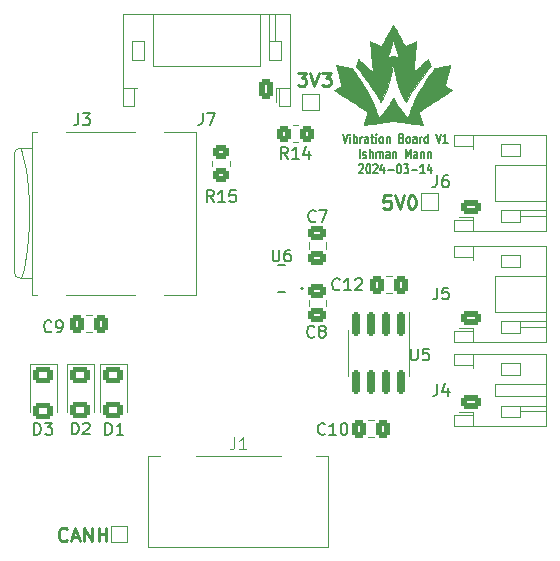
<source format=gto>
%TF.GenerationSoftware,KiCad,Pcbnew,7.0.8*%
%TF.CreationDate,2024-04-14T13:38:30-04:00*%
%TF.ProjectId,vibBoard,76696242-6f61-4726-942e-6b696361645f,rev?*%
%TF.SameCoordinates,Original*%
%TF.FileFunction,Legend,Top*%
%TF.FilePolarity,Positive*%
%FSLAX46Y46*%
G04 Gerber Fmt 4.6, Leading zero omitted, Abs format (unit mm)*
G04 Created by KiCad (PCBNEW 7.0.8) date 2024-04-14 13:38:30*
%MOMM*%
%LPD*%
G01*
G04 APERTURE LIST*
G04 Aperture macros list*
%AMRoundRect*
0 Rectangle with rounded corners*
0 $1 Rounding radius*
0 $2 $3 $4 $5 $6 $7 $8 $9 X,Y pos of 4 corners*
0 Add a 4 corners polygon primitive as box body*
4,1,4,$2,$3,$4,$5,$6,$7,$8,$9,$2,$3,0*
0 Add four circle primitives for the rounded corners*
1,1,$1+$1,$2,$3*
1,1,$1+$1,$4,$5*
1,1,$1+$1,$6,$7*
1,1,$1+$1,$8,$9*
0 Add four rect primitives between the rounded corners*
20,1,$1+$1,$2,$3,$4,$5,0*
20,1,$1+$1,$4,$5,$6,$7,0*
20,1,$1+$1,$6,$7,$8,$9,0*
20,1,$1+$1,$8,$9,$2,$3,0*%
G04 Aperture macros list end*
%ADD10C,0.254000*%
%ADD11C,0.127000*%
%ADD12C,0.100000*%
%ADD13C,0.150000*%
%ADD14C,0.010000*%
%ADD15C,0.120000*%
%ADD16C,0.152400*%
%ADD17C,3.800000*%
%ADD18C,1.000000*%
%ADD19RoundRect,0.250000X0.350000X0.625000X-0.350000X0.625000X-0.350000X-0.625000X0.350000X-0.625000X0*%
%ADD20O,1.200000X1.750000*%
%ADD21R,0.762000X0.203200*%
%ADD22RoundRect,0.250000X0.625000X-0.350000X0.625000X0.350000X-0.625000X0.350000X-0.625000X-0.350000X0*%
%ADD23O,1.750000X1.200000*%
%ADD24R,1.000000X1.000000*%
%ADD25C,5.600000*%
%ADD26RoundRect,0.250000X-0.337500X-0.475000X0.337500X-0.475000X0.337500X0.475000X-0.337500X0.475000X0*%
%ADD27RoundRect,0.250000X0.350000X0.450000X-0.350000X0.450000X-0.350000X-0.450000X0.350000X-0.450000X0*%
%ADD28RoundRect,0.250000X0.337500X0.475000X-0.337500X0.475000X-0.337500X-0.475000X0.337500X-0.475000X0*%
%ADD29RoundRect,0.250000X0.475000X-0.337500X0.475000X0.337500X-0.475000X0.337500X-0.475000X-0.337500X0*%
%ADD30RoundRect,0.250001X-0.624999X0.462499X-0.624999X-0.462499X0.624999X-0.462499X0.624999X0.462499X0*%
%ADD31RoundRect,0.150000X-0.150000X0.825000X-0.150000X-0.825000X0.150000X-0.825000X0.150000X0.825000X0*%
%ADD32R,1.500000X0.800000*%
%ADD33R,2.000000X1.450000*%
%ADD34RoundRect,0.250000X-0.475000X0.337500X-0.475000X-0.337500X0.475000X-0.337500X0.475000X0.337500X0*%
%ADD35RoundRect,0.250000X0.450000X-0.350000X0.450000X0.350000X-0.450000X0.350000X-0.450000X-0.350000X0*%
%ADD36C,1.500000*%
G04 APERTURE END LIST*
D10*
X132994590Y-137685453D02*
X132940162Y-137739882D01*
X132940162Y-137739882D02*
X132776876Y-137794310D01*
X132776876Y-137794310D02*
X132668019Y-137794310D01*
X132668019Y-137794310D02*
X132504733Y-137739882D01*
X132504733Y-137739882D02*
X132395876Y-137631024D01*
X132395876Y-137631024D02*
X132341447Y-137522167D01*
X132341447Y-137522167D02*
X132287019Y-137304453D01*
X132287019Y-137304453D02*
X132287019Y-137141167D01*
X132287019Y-137141167D02*
X132341447Y-136923453D01*
X132341447Y-136923453D02*
X132395876Y-136814596D01*
X132395876Y-136814596D02*
X132504733Y-136705739D01*
X132504733Y-136705739D02*
X132668019Y-136651310D01*
X132668019Y-136651310D02*
X132776876Y-136651310D01*
X132776876Y-136651310D02*
X132940162Y-136705739D01*
X132940162Y-136705739D02*
X132994590Y-136760167D01*
X133430019Y-137467739D02*
X133974305Y-137467739D01*
X133321162Y-137794310D02*
X133702162Y-136651310D01*
X133702162Y-136651310D02*
X134083162Y-137794310D01*
X134464161Y-137794310D02*
X134464161Y-136651310D01*
X134464161Y-136651310D02*
X135117304Y-137794310D01*
X135117304Y-137794310D02*
X135117304Y-136651310D01*
X135661590Y-137794310D02*
X135661590Y-136651310D01*
X135661590Y-137195596D02*
X136314733Y-137195596D01*
X136314733Y-137794310D02*
X136314733Y-136651310D01*
X152530390Y-98103910D02*
X153237962Y-98103910D01*
X153237962Y-98103910D02*
X152856962Y-98539339D01*
X152856962Y-98539339D02*
X153020247Y-98539339D01*
X153020247Y-98539339D02*
X153129105Y-98593767D01*
X153129105Y-98593767D02*
X153183533Y-98648196D01*
X153183533Y-98648196D02*
X153237962Y-98757053D01*
X153237962Y-98757053D02*
X153237962Y-99029196D01*
X153237962Y-99029196D02*
X153183533Y-99138053D01*
X153183533Y-99138053D02*
X153129105Y-99192482D01*
X153129105Y-99192482D02*
X153020247Y-99246910D01*
X153020247Y-99246910D02*
X152693676Y-99246910D01*
X152693676Y-99246910D02*
X152584819Y-99192482D01*
X152584819Y-99192482D02*
X152530390Y-99138053D01*
X153564533Y-98103910D02*
X153945533Y-99246910D01*
X153945533Y-99246910D02*
X154326533Y-98103910D01*
X154598675Y-98103910D02*
X155306247Y-98103910D01*
X155306247Y-98103910D02*
X154925247Y-98539339D01*
X154925247Y-98539339D02*
X155088532Y-98539339D01*
X155088532Y-98539339D02*
X155197390Y-98593767D01*
X155197390Y-98593767D02*
X155251818Y-98648196D01*
X155251818Y-98648196D02*
X155306247Y-98757053D01*
X155306247Y-98757053D02*
X155306247Y-99029196D01*
X155306247Y-99029196D02*
X155251818Y-99138053D01*
X155251818Y-99138053D02*
X155197390Y-99192482D01*
X155197390Y-99192482D02*
X155088532Y-99246910D01*
X155088532Y-99246910D02*
X154761961Y-99246910D01*
X154761961Y-99246910D02*
X154653104Y-99192482D01*
X154653104Y-99192482D02*
X154598675Y-99138053D01*
D11*
X156324761Y-103275277D02*
X156536427Y-104075377D01*
X156536427Y-104075377D02*
X156748094Y-103275277D01*
X156959761Y-104075377D02*
X156959761Y-103541977D01*
X156959761Y-103275277D02*
X156929523Y-103313377D01*
X156929523Y-103313377D02*
X156959761Y-103351477D01*
X156959761Y-103351477D02*
X156989999Y-103313377D01*
X156989999Y-103313377D02*
X156959761Y-103275277D01*
X156959761Y-103275277D02*
X156959761Y-103351477D01*
X157262142Y-104075377D02*
X157262142Y-103275277D01*
X157262142Y-103580077D02*
X157322618Y-103541977D01*
X157322618Y-103541977D02*
X157443571Y-103541977D01*
X157443571Y-103541977D02*
X157504047Y-103580077D01*
X157504047Y-103580077D02*
X157534285Y-103618177D01*
X157534285Y-103618177D02*
X157564523Y-103694377D01*
X157564523Y-103694377D02*
X157564523Y-103922977D01*
X157564523Y-103922977D02*
X157534285Y-103999177D01*
X157534285Y-103999177D02*
X157504047Y-104037277D01*
X157504047Y-104037277D02*
X157443571Y-104075377D01*
X157443571Y-104075377D02*
X157322618Y-104075377D01*
X157322618Y-104075377D02*
X157262142Y-104037277D01*
X157836666Y-104075377D02*
X157836666Y-103541977D01*
X157836666Y-103694377D02*
X157866904Y-103618177D01*
X157866904Y-103618177D02*
X157897142Y-103580077D01*
X157897142Y-103580077D02*
X157957618Y-103541977D01*
X157957618Y-103541977D02*
X158018095Y-103541977D01*
X158501904Y-104075377D02*
X158501904Y-103656277D01*
X158501904Y-103656277D02*
X158471666Y-103580077D01*
X158471666Y-103580077D02*
X158411190Y-103541977D01*
X158411190Y-103541977D02*
X158290237Y-103541977D01*
X158290237Y-103541977D02*
X158229761Y-103580077D01*
X158501904Y-104037277D02*
X158441428Y-104075377D01*
X158441428Y-104075377D02*
X158290237Y-104075377D01*
X158290237Y-104075377D02*
X158229761Y-104037277D01*
X158229761Y-104037277D02*
X158199523Y-103961077D01*
X158199523Y-103961077D02*
X158199523Y-103884877D01*
X158199523Y-103884877D02*
X158229761Y-103808677D01*
X158229761Y-103808677D02*
X158290237Y-103770577D01*
X158290237Y-103770577D02*
X158441428Y-103770577D01*
X158441428Y-103770577D02*
X158501904Y-103732477D01*
X158713571Y-103541977D02*
X158955475Y-103541977D01*
X158804285Y-103275277D02*
X158804285Y-103961077D01*
X158804285Y-103961077D02*
X158834523Y-104037277D01*
X158834523Y-104037277D02*
X158894999Y-104075377D01*
X158894999Y-104075377D02*
X158955475Y-104075377D01*
X159167142Y-104075377D02*
X159167142Y-103541977D01*
X159167142Y-103275277D02*
X159136904Y-103313377D01*
X159136904Y-103313377D02*
X159167142Y-103351477D01*
X159167142Y-103351477D02*
X159197380Y-103313377D01*
X159197380Y-103313377D02*
X159167142Y-103275277D01*
X159167142Y-103275277D02*
X159167142Y-103351477D01*
X159560237Y-104075377D02*
X159499761Y-104037277D01*
X159499761Y-104037277D02*
X159469523Y-103999177D01*
X159469523Y-103999177D02*
X159439285Y-103922977D01*
X159439285Y-103922977D02*
X159439285Y-103694377D01*
X159439285Y-103694377D02*
X159469523Y-103618177D01*
X159469523Y-103618177D02*
X159499761Y-103580077D01*
X159499761Y-103580077D02*
X159560237Y-103541977D01*
X159560237Y-103541977D02*
X159650952Y-103541977D01*
X159650952Y-103541977D02*
X159711428Y-103580077D01*
X159711428Y-103580077D02*
X159741666Y-103618177D01*
X159741666Y-103618177D02*
X159771904Y-103694377D01*
X159771904Y-103694377D02*
X159771904Y-103922977D01*
X159771904Y-103922977D02*
X159741666Y-103999177D01*
X159741666Y-103999177D02*
X159711428Y-104037277D01*
X159711428Y-104037277D02*
X159650952Y-104075377D01*
X159650952Y-104075377D02*
X159560237Y-104075377D01*
X160044047Y-103541977D02*
X160044047Y-104075377D01*
X160044047Y-103618177D02*
X160074285Y-103580077D01*
X160074285Y-103580077D02*
X160134761Y-103541977D01*
X160134761Y-103541977D02*
X160225476Y-103541977D01*
X160225476Y-103541977D02*
X160285952Y-103580077D01*
X160285952Y-103580077D02*
X160316190Y-103656277D01*
X160316190Y-103656277D02*
X160316190Y-104075377D01*
X161314048Y-103656277D02*
X161404762Y-103694377D01*
X161404762Y-103694377D02*
X161435000Y-103732477D01*
X161435000Y-103732477D02*
X161465238Y-103808677D01*
X161465238Y-103808677D02*
X161465238Y-103922977D01*
X161465238Y-103922977D02*
X161435000Y-103999177D01*
X161435000Y-103999177D02*
X161404762Y-104037277D01*
X161404762Y-104037277D02*
X161344286Y-104075377D01*
X161344286Y-104075377D02*
X161102381Y-104075377D01*
X161102381Y-104075377D02*
X161102381Y-103275277D01*
X161102381Y-103275277D02*
X161314048Y-103275277D01*
X161314048Y-103275277D02*
X161374524Y-103313377D01*
X161374524Y-103313377D02*
X161404762Y-103351477D01*
X161404762Y-103351477D02*
X161435000Y-103427677D01*
X161435000Y-103427677D02*
X161435000Y-103503877D01*
X161435000Y-103503877D02*
X161404762Y-103580077D01*
X161404762Y-103580077D02*
X161374524Y-103618177D01*
X161374524Y-103618177D02*
X161314048Y-103656277D01*
X161314048Y-103656277D02*
X161102381Y-103656277D01*
X161828095Y-104075377D02*
X161767619Y-104037277D01*
X161767619Y-104037277D02*
X161737381Y-103999177D01*
X161737381Y-103999177D02*
X161707143Y-103922977D01*
X161707143Y-103922977D02*
X161707143Y-103694377D01*
X161707143Y-103694377D02*
X161737381Y-103618177D01*
X161737381Y-103618177D02*
X161767619Y-103580077D01*
X161767619Y-103580077D02*
X161828095Y-103541977D01*
X161828095Y-103541977D02*
X161918810Y-103541977D01*
X161918810Y-103541977D02*
X161979286Y-103580077D01*
X161979286Y-103580077D02*
X162009524Y-103618177D01*
X162009524Y-103618177D02*
X162039762Y-103694377D01*
X162039762Y-103694377D02*
X162039762Y-103922977D01*
X162039762Y-103922977D02*
X162009524Y-103999177D01*
X162009524Y-103999177D02*
X161979286Y-104037277D01*
X161979286Y-104037277D02*
X161918810Y-104075377D01*
X161918810Y-104075377D02*
X161828095Y-104075377D01*
X162584048Y-104075377D02*
X162584048Y-103656277D01*
X162584048Y-103656277D02*
X162553810Y-103580077D01*
X162553810Y-103580077D02*
X162493334Y-103541977D01*
X162493334Y-103541977D02*
X162372381Y-103541977D01*
X162372381Y-103541977D02*
X162311905Y-103580077D01*
X162584048Y-104037277D02*
X162523572Y-104075377D01*
X162523572Y-104075377D02*
X162372381Y-104075377D01*
X162372381Y-104075377D02*
X162311905Y-104037277D01*
X162311905Y-104037277D02*
X162281667Y-103961077D01*
X162281667Y-103961077D02*
X162281667Y-103884877D01*
X162281667Y-103884877D02*
X162311905Y-103808677D01*
X162311905Y-103808677D02*
X162372381Y-103770577D01*
X162372381Y-103770577D02*
X162523572Y-103770577D01*
X162523572Y-103770577D02*
X162584048Y-103732477D01*
X162886429Y-104075377D02*
X162886429Y-103541977D01*
X162886429Y-103694377D02*
X162916667Y-103618177D01*
X162916667Y-103618177D02*
X162946905Y-103580077D01*
X162946905Y-103580077D02*
X163007381Y-103541977D01*
X163007381Y-103541977D02*
X163067858Y-103541977D01*
X163551667Y-104075377D02*
X163551667Y-103275277D01*
X163551667Y-104037277D02*
X163491191Y-104075377D01*
X163491191Y-104075377D02*
X163370238Y-104075377D01*
X163370238Y-104075377D02*
X163309762Y-104037277D01*
X163309762Y-104037277D02*
X163279524Y-103999177D01*
X163279524Y-103999177D02*
X163249286Y-103922977D01*
X163249286Y-103922977D02*
X163249286Y-103694377D01*
X163249286Y-103694377D02*
X163279524Y-103618177D01*
X163279524Y-103618177D02*
X163309762Y-103580077D01*
X163309762Y-103580077D02*
X163370238Y-103541977D01*
X163370238Y-103541977D02*
X163491191Y-103541977D01*
X163491191Y-103541977D02*
X163551667Y-103580077D01*
X164247144Y-103275277D02*
X164458810Y-104075377D01*
X164458810Y-104075377D02*
X164670477Y-103275277D01*
X165214763Y-104075377D02*
X164851906Y-104075377D01*
X165033334Y-104075377D02*
X165033334Y-103275277D01*
X165033334Y-103275277D02*
X164972858Y-103389577D01*
X164972858Y-103389577D02*
X164912382Y-103465777D01*
X164912382Y-103465777D02*
X164851906Y-103503877D01*
X157791308Y-105363538D02*
X157791308Y-104563438D01*
X158063451Y-105325438D02*
X158123927Y-105363538D01*
X158123927Y-105363538D02*
X158244879Y-105363538D01*
X158244879Y-105363538D02*
X158305356Y-105325438D01*
X158305356Y-105325438D02*
X158335594Y-105249238D01*
X158335594Y-105249238D02*
X158335594Y-105211138D01*
X158335594Y-105211138D02*
X158305356Y-105134938D01*
X158305356Y-105134938D02*
X158244879Y-105096838D01*
X158244879Y-105096838D02*
X158154165Y-105096838D01*
X158154165Y-105096838D02*
X158093689Y-105058738D01*
X158093689Y-105058738D02*
X158063451Y-104982538D01*
X158063451Y-104982538D02*
X158063451Y-104944438D01*
X158063451Y-104944438D02*
X158093689Y-104868238D01*
X158093689Y-104868238D02*
X158154165Y-104830138D01*
X158154165Y-104830138D02*
X158244879Y-104830138D01*
X158244879Y-104830138D02*
X158305356Y-104868238D01*
X158607737Y-105363538D02*
X158607737Y-104563438D01*
X158879880Y-105363538D02*
X158879880Y-104944438D01*
X158879880Y-104944438D02*
X158849642Y-104868238D01*
X158849642Y-104868238D02*
X158789166Y-104830138D01*
X158789166Y-104830138D02*
X158698451Y-104830138D01*
X158698451Y-104830138D02*
X158637975Y-104868238D01*
X158637975Y-104868238D02*
X158607737Y-104906338D01*
X159182261Y-105363538D02*
X159182261Y-104830138D01*
X159182261Y-104906338D02*
X159212499Y-104868238D01*
X159212499Y-104868238D02*
X159272975Y-104830138D01*
X159272975Y-104830138D02*
X159363690Y-104830138D01*
X159363690Y-104830138D02*
X159424166Y-104868238D01*
X159424166Y-104868238D02*
X159454404Y-104944438D01*
X159454404Y-104944438D02*
X159454404Y-105363538D01*
X159454404Y-104944438D02*
X159484642Y-104868238D01*
X159484642Y-104868238D02*
X159545118Y-104830138D01*
X159545118Y-104830138D02*
X159635832Y-104830138D01*
X159635832Y-104830138D02*
X159696309Y-104868238D01*
X159696309Y-104868238D02*
X159726547Y-104944438D01*
X159726547Y-104944438D02*
X159726547Y-105363538D01*
X160301071Y-105363538D02*
X160301071Y-104944438D01*
X160301071Y-104944438D02*
X160270833Y-104868238D01*
X160270833Y-104868238D02*
X160210357Y-104830138D01*
X160210357Y-104830138D02*
X160089404Y-104830138D01*
X160089404Y-104830138D02*
X160028928Y-104868238D01*
X160301071Y-105325438D02*
X160240595Y-105363538D01*
X160240595Y-105363538D02*
X160089404Y-105363538D01*
X160089404Y-105363538D02*
X160028928Y-105325438D01*
X160028928Y-105325438D02*
X159998690Y-105249238D01*
X159998690Y-105249238D02*
X159998690Y-105173038D01*
X159998690Y-105173038D02*
X160028928Y-105096838D01*
X160028928Y-105096838D02*
X160089404Y-105058738D01*
X160089404Y-105058738D02*
X160240595Y-105058738D01*
X160240595Y-105058738D02*
X160301071Y-105020638D01*
X160603452Y-104830138D02*
X160603452Y-105363538D01*
X160603452Y-104906338D02*
X160633690Y-104868238D01*
X160633690Y-104868238D02*
X160694166Y-104830138D01*
X160694166Y-104830138D02*
X160784881Y-104830138D01*
X160784881Y-104830138D02*
X160845357Y-104868238D01*
X160845357Y-104868238D02*
X160875595Y-104944438D01*
X160875595Y-104944438D02*
X160875595Y-105363538D01*
X161661786Y-105363538D02*
X161661786Y-104563438D01*
X161661786Y-104563438D02*
X161873453Y-105134938D01*
X161873453Y-105134938D02*
X162085119Y-104563438D01*
X162085119Y-104563438D02*
X162085119Y-105363538D01*
X162659643Y-105363538D02*
X162659643Y-104944438D01*
X162659643Y-104944438D02*
X162629405Y-104868238D01*
X162629405Y-104868238D02*
X162568929Y-104830138D01*
X162568929Y-104830138D02*
X162447976Y-104830138D01*
X162447976Y-104830138D02*
X162387500Y-104868238D01*
X162659643Y-105325438D02*
X162599167Y-105363538D01*
X162599167Y-105363538D02*
X162447976Y-105363538D01*
X162447976Y-105363538D02*
X162387500Y-105325438D01*
X162387500Y-105325438D02*
X162357262Y-105249238D01*
X162357262Y-105249238D02*
X162357262Y-105173038D01*
X162357262Y-105173038D02*
X162387500Y-105096838D01*
X162387500Y-105096838D02*
X162447976Y-105058738D01*
X162447976Y-105058738D02*
X162599167Y-105058738D01*
X162599167Y-105058738D02*
X162659643Y-105020638D01*
X162962024Y-104830138D02*
X162962024Y-105363538D01*
X162962024Y-104906338D02*
X162992262Y-104868238D01*
X162992262Y-104868238D02*
X163052738Y-104830138D01*
X163052738Y-104830138D02*
X163143453Y-104830138D01*
X163143453Y-104830138D02*
X163203929Y-104868238D01*
X163203929Y-104868238D02*
X163234167Y-104944438D01*
X163234167Y-104944438D02*
X163234167Y-105363538D01*
X163536548Y-104830138D02*
X163536548Y-105363538D01*
X163536548Y-104906338D02*
X163566786Y-104868238D01*
X163566786Y-104868238D02*
X163627262Y-104830138D01*
X163627262Y-104830138D02*
X163717977Y-104830138D01*
X163717977Y-104830138D02*
X163778453Y-104868238D01*
X163778453Y-104868238D02*
X163808691Y-104944438D01*
X163808691Y-104944438D02*
X163808691Y-105363538D01*
X157715714Y-105927799D02*
X157745952Y-105889699D01*
X157745952Y-105889699D02*
X157806428Y-105851599D01*
X157806428Y-105851599D02*
X157957619Y-105851599D01*
X157957619Y-105851599D02*
X158018095Y-105889699D01*
X158018095Y-105889699D02*
X158048333Y-105927799D01*
X158048333Y-105927799D02*
X158078571Y-106003999D01*
X158078571Y-106003999D02*
X158078571Y-106080199D01*
X158078571Y-106080199D02*
X158048333Y-106194499D01*
X158048333Y-106194499D02*
X157685476Y-106651699D01*
X157685476Y-106651699D02*
X158078571Y-106651699D01*
X158471666Y-105851599D02*
X158532143Y-105851599D01*
X158532143Y-105851599D02*
X158592619Y-105889699D01*
X158592619Y-105889699D02*
X158622857Y-105927799D01*
X158622857Y-105927799D02*
X158653095Y-106003999D01*
X158653095Y-106003999D02*
X158683333Y-106156399D01*
X158683333Y-106156399D02*
X158683333Y-106346899D01*
X158683333Y-106346899D02*
X158653095Y-106499299D01*
X158653095Y-106499299D02*
X158622857Y-106575499D01*
X158622857Y-106575499D02*
X158592619Y-106613599D01*
X158592619Y-106613599D02*
X158532143Y-106651699D01*
X158532143Y-106651699D02*
X158471666Y-106651699D01*
X158471666Y-106651699D02*
X158411190Y-106613599D01*
X158411190Y-106613599D02*
X158380952Y-106575499D01*
X158380952Y-106575499D02*
X158350714Y-106499299D01*
X158350714Y-106499299D02*
X158320476Y-106346899D01*
X158320476Y-106346899D02*
X158320476Y-106156399D01*
X158320476Y-106156399D02*
X158350714Y-106003999D01*
X158350714Y-106003999D02*
X158380952Y-105927799D01*
X158380952Y-105927799D02*
X158411190Y-105889699D01*
X158411190Y-105889699D02*
X158471666Y-105851599D01*
X158925238Y-105927799D02*
X158955476Y-105889699D01*
X158955476Y-105889699D02*
X159015952Y-105851599D01*
X159015952Y-105851599D02*
X159167143Y-105851599D01*
X159167143Y-105851599D02*
X159227619Y-105889699D01*
X159227619Y-105889699D02*
X159257857Y-105927799D01*
X159257857Y-105927799D02*
X159288095Y-106003999D01*
X159288095Y-106003999D02*
X159288095Y-106080199D01*
X159288095Y-106080199D02*
X159257857Y-106194499D01*
X159257857Y-106194499D02*
X158895000Y-106651699D01*
X158895000Y-106651699D02*
X159288095Y-106651699D01*
X159832381Y-106118299D02*
X159832381Y-106651699D01*
X159681190Y-105813499D02*
X159530000Y-106384999D01*
X159530000Y-106384999D02*
X159923095Y-106384999D01*
X160165000Y-106346899D02*
X160648810Y-106346899D01*
X161072142Y-105851599D02*
X161132619Y-105851599D01*
X161132619Y-105851599D02*
X161193095Y-105889699D01*
X161193095Y-105889699D02*
X161223333Y-105927799D01*
X161223333Y-105927799D02*
X161253571Y-106003999D01*
X161253571Y-106003999D02*
X161283809Y-106156399D01*
X161283809Y-106156399D02*
X161283809Y-106346899D01*
X161283809Y-106346899D02*
X161253571Y-106499299D01*
X161253571Y-106499299D02*
X161223333Y-106575499D01*
X161223333Y-106575499D02*
X161193095Y-106613599D01*
X161193095Y-106613599D02*
X161132619Y-106651699D01*
X161132619Y-106651699D02*
X161072142Y-106651699D01*
X161072142Y-106651699D02*
X161011666Y-106613599D01*
X161011666Y-106613599D02*
X160981428Y-106575499D01*
X160981428Y-106575499D02*
X160951190Y-106499299D01*
X160951190Y-106499299D02*
X160920952Y-106346899D01*
X160920952Y-106346899D02*
X160920952Y-106156399D01*
X160920952Y-106156399D02*
X160951190Y-106003999D01*
X160951190Y-106003999D02*
X160981428Y-105927799D01*
X160981428Y-105927799D02*
X161011666Y-105889699D01*
X161011666Y-105889699D02*
X161072142Y-105851599D01*
X161495476Y-105851599D02*
X161888571Y-105851599D01*
X161888571Y-105851599D02*
X161676904Y-106156399D01*
X161676904Y-106156399D02*
X161767619Y-106156399D01*
X161767619Y-106156399D02*
X161828095Y-106194499D01*
X161828095Y-106194499D02*
X161858333Y-106232599D01*
X161858333Y-106232599D02*
X161888571Y-106308799D01*
X161888571Y-106308799D02*
X161888571Y-106499299D01*
X161888571Y-106499299D02*
X161858333Y-106575499D01*
X161858333Y-106575499D02*
X161828095Y-106613599D01*
X161828095Y-106613599D02*
X161767619Y-106651699D01*
X161767619Y-106651699D02*
X161586190Y-106651699D01*
X161586190Y-106651699D02*
X161525714Y-106613599D01*
X161525714Y-106613599D02*
X161495476Y-106575499D01*
X162160714Y-106346899D02*
X162644524Y-106346899D01*
X163279523Y-106651699D02*
X162916666Y-106651699D01*
X163098094Y-106651699D02*
X163098094Y-105851599D01*
X163098094Y-105851599D02*
X163037618Y-105965899D01*
X163037618Y-105965899D02*
X162977142Y-106042099D01*
X162977142Y-106042099D02*
X162916666Y-106080199D01*
X163823809Y-106118299D02*
X163823809Y-106651699D01*
X163672618Y-105813499D02*
X163521428Y-106384999D01*
X163521428Y-106384999D02*
X163914523Y-106384999D01*
D10*
X160383533Y-108503910D02*
X159839247Y-108503910D01*
X159839247Y-108503910D02*
X159784819Y-109048196D01*
X159784819Y-109048196D02*
X159839247Y-108993767D01*
X159839247Y-108993767D02*
X159948105Y-108939339D01*
X159948105Y-108939339D02*
X160220247Y-108939339D01*
X160220247Y-108939339D02*
X160329105Y-108993767D01*
X160329105Y-108993767D02*
X160383533Y-109048196D01*
X160383533Y-109048196D02*
X160437962Y-109157053D01*
X160437962Y-109157053D02*
X160437962Y-109429196D01*
X160437962Y-109429196D02*
X160383533Y-109538053D01*
X160383533Y-109538053D02*
X160329105Y-109592482D01*
X160329105Y-109592482D02*
X160220247Y-109646910D01*
X160220247Y-109646910D02*
X159948105Y-109646910D01*
X159948105Y-109646910D02*
X159839247Y-109592482D01*
X159839247Y-109592482D02*
X159784819Y-109538053D01*
X160764533Y-108503910D02*
X161145533Y-109646910D01*
X161145533Y-109646910D02*
X161526533Y-108503910D01*
X162125247Y-108503910D02*
X162234104Y-108503910D01*
X162234104Y-108503910D02*
X162342961Y-108558339D01*
X162342961Y-108558339D02*
X162397390Y-108612767D01*
X162397390Y-108612767D02*
X162451818Y-108721624D01*
X162451818Y-108721624D02*
X162506247Y-108939339D01*
X162506247Y-108939339D02*
X162506247Y-109211482D01*
X162506247Y-109211482D02*
X162451818Y-109429196D01*
X162451818Y-109429196D02*
X162397390Y-109538053D01*
X162397390Y-109538053D02*
X162342961Y-109592482D01*
X162342961Y-109592482D02*
X162234104Y-109646910D01*
X162234104Y-109646910D02*
X162125247Y-109646910D01*
X162125247Y-109646910D02*
X162016390Y-109592482D01*
X162016390Y-109592482D02*
X161961961Y-109538053D01*
X161961961Y-109538053D02*
X161907532Y-109429196D01*
X161907532Y-109429196D02*
X161853104Y-109211482D01*
X161853104Y-109211482D02*
X161853104Y-108939339D01*
X161853104Y-108939339D02*
X161907532Y-108721624D01*
X161907532Y-108721624D02*
X161961961Y-108612767D01*
X161961961Y-108612767D02*
X162016390Y-108558339D01*
X162016390Y-108558339D02*
X162125247Y-108503910D01*
D12*
X147150666Y-128997419D02*
X147150666Y-129711704D01*
X147150666Y-129711704D02*
X147103047Y-129854561D01*
X147103047Y-129854561D02*
X147007809Y-129949800D01*
X147007809Y-129949800D02*
X146864952Y-129997419D01*
X146864952Y-129997419D02*
X146769714Y-129997419D01*
X148150666Y-129997419D02*
X147579238Y-129997419D01*
X147864952Y-129997419D02*
X147864952Y-128997419D01*
X147864952Y-128997419D02*
X147769714Y-129140276D01*
X147769714Y-129140276D02*
X147674476Y-129235514D01*
X147674476Y-129235514D02*
X147579238Y-129283133D01*
D13*
X144475866Y-101522019D02*
X144475866Y-102236304D01*
X144475866Y-102236304D02*
X144428247Y-102379161D01*
X144428247Y-102379161D02*
X144333009Y-102474400D01*
X144333009Y-102474400D02*
X144190152Y-102522019D01*
X144190152Y-102522019D02*
X144094914Y-102522019D01*
X144856819Y-101522019D02*
X145523485Y-101522019D01*
X145523485Y-101522019D02*
X145094914Y-102522019D01*
X150393495Y-113094419D02*
X150393495Y-113903942D01*
X150393495Y-113903942D02*
X150441114Y-113999180D01*
X150441114Y-113999180D02*
X150488733Y-114046800D01*
X150488733Y-114046800D02*
X150583971Y-114094419D01*
X150583971Y-114094419D02*
X150774447Y-114094419D01*
X150774447Y-114094419D02*
X150869685Y-114046800D01*
X150869685Y-114046800D02*
X150917304Y-113999180D01*
X150917304Y-113999180D02*
X150964923Y-113903942D01*
X150964923Y-113903942D02*
X150964923Y-113094419D01*
X151869685Y-113094419D02*
X151679209Y-113094419D01*
X151679209Y-113094419D02*
X151583971Y-113142038D01*
X151583971Y-113142038D02*
X151536352Y-113189657D01*
X151536352Y-113189657D02*
X151441114Y-113332514D01*
X151441114Y-113332514D02*
X151393495Y-113522990D01*
X151393495Y-113522990D02*
X151393495Y-113903942D01*
X151393495Y-113903942D02*
X151441114Y-113999180D01*
X151441114Y-113999180D02*
X151488733Y-114046800D01*
X151488733Y-114046800D02*
X151583971Y-114094419D01*
X151583971Y-114094419D02*
X151774447Y-114094419D01*
X151774447Y-114094419D02*
X151869685Y-114046800D01*
X151869685Y-114046800D02*
X151917304Y-113999180D01*
X151917304Y-113999180D02*
X151964923Y-113903942D01*
X151964923Y-113903942D02*
X151964923Y-113665847D01*
X151964923Y-113665847D02*
X151917304Y-113570609D01*
X151917304Y-113570609D02*
X151869685Y-113522990D01*
X151869685Y-113522990D02*
X151774447Y-113475371D01*
X151774447Y-113475371D02*
X151583971Y-113475371D01*
X151583971Y-113475371D02*
X151488733Y-113522990D01*
X151488733Y-113522990D02*
X151441114Y-113570609D01*
X151441114Y-113570609D02*
X151393495Y-113665847D01*
X164338666Y-116310819D02*
X164338666Y-117025104D01*
X164338666Y-117025104D02*
X164291047Y-117167961D01*
X164291047Y-117167961D02*
X164195809Y-117263200D01*
X164195809Y-117263200D02*
X164052952Y-117310819D01*
X164052952Y-117310819D02*
X163957714Y-117310819D01*
X165291047Y-116310819D02*
X164814857Y-116310819D01*
X164814857Y-116310819D02*
X164767238Y-116787009D01*
X164767238Y-116787009D02*
X164814857Y-116739390D01*
X164814857Y-116739390D02*
X164910095Y-116691771D01*
X164910095Y-116691771D02*
X165148190Y-116691771D01*
X165148190Y-116691771D02*
X165243428Y-116739390D01*
X165243428Y-116739390D02*
X165291047Y-116787009D01*
X165291047Y-116787009D02*
X165338666Y-116882247D01*
X165338666Y-116882247D02*
X165338666Y-117120342D01*
X165338666Y-117120342D02*
X165291047Y-117215580D01*
X165291047Y-117215580D02*
X165243428Y-117263200D01*
X165243428Y-117263200D02*
X165148190Y-117310819D01*
X165148190Y-117310819D02*
X164910095Y-117310819D01*
X164910095Y-117310819D02*
X164814857Y-117263200D01*
X164814857Y-117263200D02*
X164767238Y-117215580D01*
X164338666Y-124454819D02*
X164338666Y-125169104D01*
X164338666Y-125169104D02*
X164291047Y-125311961D01*
X164291047Y-125311961D02*
X164195809Y-125407200D01*
X164195809Y-125407200D02*
X164052952Y-125454819D01*
X164052952Y-125454819D02*
X163957714Y-125454819D01*
X165243428Y-124788152D02*
X165243428Y-125454819D01*
X165005333Y-124407200D02*
X164767238Y-125121485D01*
X164767238Y-125121485D02*
X165386285Y-125121485D01*
X131659333Y-119993580D02*
X131611714Y-120041200D01*
X131611714Y-120041200D02*
X131468857Y-120088819D01*
X131468857Y-120088819D02*
X131373619Y-120088819D01*
X131373619Y-120088819D02*
X131230762Y-120041200D01*
X131230762Y-120041200D02*
X131135524Y-119945961D01*
X131135524Y-119945961D02*
X131087905Y-119850723D01*
X131087905Y-119850723D02*
X131040286Y-119660247D01*
X131040286Y-119660247D02*
X131040286Y-119517390D01*
X131040286Y-119517390D02*
X131087905Y-119326914D01*
X131087905Y-119326914D02*
X131135524Y-119231676D01*
X131135524Y-119231676D02*
X131230762Y-119136438D01*
X131230762Y-119136438D02*
X131373619Y-119088819D01*
X131373619Y-119088819D02*
X131468857Y-119088819D01*
X131468857Y-119088819D02*
X131611714Y-119136438D01*
X131611714Y-119136438D02*
X131659333Y-119184057D01*
X132135524Y-120088819D02*
X132326000Y-120088819D01*
X132326000Y-120088819D02*
X132421238Y-120041200D01*
X132421238Y-120041200D02*
X132468857Y-119993580D01*
X132468857Y-119993580D02*
X132564095Y-119850723D01*
X132564095Y-119850723D02*
X132611714Y-119660247D01*
X132611714Y-119660247D02*
X132611714Y-119279295D01*
X132611714Y-119279295D02*
X132564095Y-119184057D01*
X132564095Y-119184057D02*
X132516476Y-119136438D01*
X132516476Y-119136438D02*
X132421238Y-119088819D01*
X132421238Y-119088819D02*
X132230762Y-119088819D01*
X132230762Y-119088819D02*
X132135524Y-119136438D01*
X132135524Y-119136438D02*
X132087905Y-119184057D01*
X132087905Y-119184057D02*
X132040286Y-119279295D01*
X132040286Y-119279295D02*
X132040286Y-119517390D01*
X132040286Y-119517390D02*
X132087905Y-119612628D01*
X132087905Y-119612628D02*
X132135524Y-119660247D01*
X132135524Y-119660247D02*
X132230762Y-119707866D01*
X132230762Y-119707866D02*
X132421238Y-119707866D01*
X132421238Y-119707866D02*
X132516476Y-119660247D01*
X132516476Y-119660247D02*
X132564095Y-119612628D01*
X132564095Y-119612628D02*
X132611714Y-119517390D01*
X151680942Y-105407619D02*
X151347609Y-104931428D01*
X151109514Y-105407619D02*
X151109514Y-104407619D01*
X151109514Y-104407619D02*
X151490466Y-104407619D01*
X151490466Y-104407619D02*
X151585704Y-104455238D01*
X151585704Y-104455238D02*
X151633323Y-104502857D01*
X151633323Y-104502857D02*
X151680942Y-104598095D01*
X151680942Y-104598095D02*
X151680942Y-104740952D01*
X151680942Y-104740952D02*
X151633323Y-104836190D01*
X151633323Y-104836190D02*
X151585704Y-104883809D01*
X151585704Y-104883809D02*
X151490466Y-104931428D01*
X151490466Y-104931428D02*
X151109514Y-104931428D01*
X152633323Y-105407619D02*
X152061895Y-105407619D01*
X152347609Y-105407619D02*
X152347609Y-104407619D01*
X152347609Y-104407619D02*
X152252371Y-104550476D01*
X152252371Y-104550476D02*
X152157133Y-104645714D01*
X152157133Y-104645714D02*
X152061895Y-104693333D01*
X153490466Y-104740952D02*
X153490466Y-105407619D01*
X153252371Y-104360000D02*
X153014276Y-105074285D01*
X153014276Y-105074285D02*
X153633323Y-105074285D01*
X154830542Y-128680380D02*
X154782923Y-128728000D01*
X154782923Y-128728000D02*
X154640066Y-128775619D01*
X154640066Y-128775619D02*
X154544828Y-128775619D01*
X154544828Y-128775619D02*
X154401971Y-128728000D01*
X154401971Y-128728000D02*
X154306733Y-128632761D01*
X154306733Y-128632761D02*
X154259114Y-128537523D01*
X154259114Y-128537523D02*
X154211495Y-128347047D01*
X154211495Y-128347047D02*
X154211495Y-128204190D01*
X154211495Y-128204190D02*
X154259114Y-128013714D01*
X154259114Y-128013714D02*
X154306733Y-127918476D01*
X154306733Y-127918476D02*
X154401971Y-127823238D01*
X154401971Y-127823238D02*
X154544828Y-127775619D01*
X154544828Y-127775619D02*
X154640066Y-127775619D01*
X154640066Y-127775619D02*
X154782923Y-127823238D01*
X154782923Y-127823238D02*
X154830542Y-127870857D01*
X155782923Y-128775619D02*
X155211495Y-128775619D01*
X155497209Y-128775619D02*
X155497209Y-127775619D01*
X155497209Y-127775619D02*
X155401971Y-127918476D01*
X155401971Y-127918476D02*
X155306733Y-128013714D01*
X155306733Y-128013714D02*
X155211495Y-128061333D01*
X156401971Y-127775619D02*
X156497209Y-127775619D01*
X156497209Y-127775619D02*
X156592447Y-127823238D01*
X156592447Y-127823238D02*
X156640066Y-127870857D01*
X156640066Y-127870857D02*
X156687685Y-127966095D01*
X156687685Y-127966095D02*
X156735304Y-128156571D01*
X156735304Y-128156571D02*
X156735304Y-128394666D01*
X156735304Y-128394666D02*
X156687685Y-128585142D01*
X156687685Y-128585142D02*
X156640066Y-128680380D01*
X156640066Y-128680380D02*
X156592447Y-128728000D01*
X156592447Y-128728000D02*
X156497209Y-128775619D01*
X156497209Y-128775619D02*
X156401971Y-128775619D01*
X156401971Y-128775619D02*
X156306733Y-128728000D01*
X156306733Y-128728000D02*
X156259114Y-128680380D01*
X156259114Y-128680380D02*
X156211495Y-128585142D01*
X156211495Y-128585142D02*
X156163876Y-128394666D01*
X156163876Y-128394666D02*
X156163876Y-128156571D01*
X156163876Y-128156571D02*
X156211495Y-127966095D01*
X156211495Y-127966095D02*
X156259114Y-127870857D01*
X156259114Y-127870857D02*
X156306733Y-127823238D01*
X156306733Y-127823238D02*
X156401971Y-127775619D01*
X153935133Y-120450780D02*
X153887514Y-120498400D01*
X153887514Y-120498400D02*
X153744657Y-120546019D01*
X153744657Y-120546019D02*
X153649419Y-120546019D01*
X153649419Y-120546019D02*
X153506562Y-120498400D01*
X153506562Y-120498400D02*
X153411324Y-120403161D01*
X153411324Y-120403161D02*
X153363705Y-120307923D01*
X153363705Y-120307923D02*
X153316086Y-120117447D01*
X153316086Y-120117447D02*
X153316086Y-119974590D01*
X153316086Y-119974590D02*
X153363705Y-119784114D01*
X153363705Y-119784114D02*
X153411324Y-119688876D01*
X153411324Y-119688876D02*
X153506562Y-119593638D01*
X153506562Y-119593638D02*
X153649419Y-119546019D01*
X153649419Y-119546019D02*
X153744657Y-119546019D01*
X153744657Y-119546019D02*
X153887514Y-119593638D01*
X153887514Y-119593638D02*
X153935133Y-119641257D01*
X154506562Y-119974590D02*
X154411324Y-119926971D01*
X154411324Y-119926971D02*
X154363705Y-119879352D01*
X154363705Y-119879352D02*
X154316086Y-119784114D01*
X154316086Y-119784114D02*
X154316086Y-119736495D01*
X154316086Y-119736495D02*
X154363705Y-119641257D01*
X154363705Y-119641257D02*
X154411324Y-119593638D01*
X154411324Y-119593638D02*
X154506562Y-119546019D01*
X154506562Y-119546019D02*
X154697038Y-119546019D01*
X154697038Y-119546019D02*
X154792276Y-119593638D01*
X154792276Y-119593638D02*
X154839895Y-119641257D01*
X154839895Y-119641257D02*
X154887514Y-119736495D01*
X154887514Y-119736495D02*
X154887514Y-119784114D01*
X154887514Y-119784114D02*
X154839895Y-119879352D01*
X154839895Y-119879352D02*
X154792276Y-119926971D01*
X154792276Y-119926971D02*
X154697038Y-119974590D01*
X154697038Y-119974590D02*
X154506562Y-119974590D01*
X154506562Y-119974590D02*
X154411324Y-120022209D01*
X154411324Y-120022209D02*
X154363705Y-120069828D01*
X154363705Y-120069828D02*
X154316086Y-120165066D01*
X154316086Y-120165066D02*
X154316086Y-120355542D01*
X154316086Y-120355542D02*
X154363705Y-120450780D01*
X154363705Y-120450780D02*
X154411324Y-120498400D01*
X154411324Y-120498400D02*
X154506562Y-120546019D01*
X154506562Y-120546019D02*
X154697038Y-120546019D01*
X154697038Y-120546019D02*
X154792276Y-120498400D01*
X154792276Y-120498400D02*
X154839895Y-120450780D01*
X154839895Y-120450780D02*
X154887514Y-120355542D01*
X154887514Y-120355542D02*
X154887514Y-120165066D01*
X154887514Y-120165066D02*
X154839895Y-120069828D01*
X154839895Y-120069828D02*
X154792276Y-120022209D01*
X154792276Y-120022209D02*
X154697038Y-119974590D01*
X133399305Y-128750219D02*
X133399305Y-127750219D01*
X133399305Y-127750219D02*
X133637400Y-127750219D01*
X133637400Y-127750219D02*
X133780257Y-127797838D01*
X133780257Y-127797838D02*
X133875495Y-127893076D01*
X133875495Y-127893076D02*
X133923114Y-127988314D01*
X133923114Y-127988314D02*
X133970733Y-128178790D01*
X133970733Y-128178790D02*
X133970733Y-128321647D01*
X133970733Y-128321647D02*
X133923114Y-128512123D01*
X133923114Y-128512123D02*
X133875495Y-128607361D01*
X133875495Y-128607361D02*
X133780257Y-128702600D01*
X133780257Y-128702600D02*
X133637400Y-128750219D01*
X133637400Y-128750219D02*
X133399305Y-128750219D01*
X134351686Y-127845457D02*
X134399305Y-127797838D01*
X134399305Y-127797838D02*
X134494543Y-127750219D01*
X134494543Y-127750219D02*
X134732638Y-127750219D01*
X134732638Y-127750219D02*
X134827876Y-127797838D01*
X134827876Y-127797838D02*
X134875495Y-127845457D01*
X134875495Y-127845457D02*
X134923114Y-127940695D01*
X134923114Y-127940695D02*
X134923114Y-128035933D01*
X134923114Y-128035933D02*
X134875495Y-128178790D01*
X134875495Y-128178790D02*
X134304067Y-128750219D01*
X134304067Y-128750219D02*
X134923114Y-128750219D01*
X164316666Y-106804819D02*
X164316666Y-107519104D01*
X164316666Y-107519104D02*
X164269047Y-107661961D01*
X164269047Y-107661961D02*
X164173809Y-107757200D01*
X164173809Y-107757200D02*
X164030952Y-107804819D01*
X164030952Y-107804819D02*
X163935714Y-107804819D01*
X165221428Y-106804819D02*
X165030952Y-106804819D01*
X165030952Y-106804819D02*
X164935714Y-106852438D01*
X164935714Y-106852438D02*
X164888095Y-106900057D01*
X164888095Y-106900057D02*
X164792857Y-107042914D01*
X164792857Y-107042914D02*
X164745238Y-107233390D01*
X164745238Y-107233390D02*
X164745238Y-107614342D01*
X164745238Y-107614342D02*
X164792857Y-107709580D01*
X164792857Y-107709580D02*
X164840476Y-107757200D01*
X164840476Y-107757200D02*
X164935714Y-107804819D01*
X164935714Y-107804819D02*
X165126190Y-107804819D01*
X165126190Y-107804819D02*
X165221428Y-107757200D01*
X165221428Y-107757200D02*
X165269047Y-107709580D01*
X165269047Y-107709580D02*
X165316666Y-107614342D01*
X165316666Y-107614342D02*
X165316666Y-107376247D01*
X165316666Y-107376247D02*
X165269047Y-107281009D01*
X165269047Y-107281009D02*
X165221428Y-107233390D01*
X165221428Y-107233390D02*
X165126190Y-107185771D01*
X165126190Y-107185771D02*
X164935714Y-107185771D01*
X164935714Y-107185771D02*
X164840476Y-107233390D01*
X164840476Y-107233390D02*
X164792857Y-107281009D01*
X164792857Y-107281009D02*
X164745238Y-107376247D01*
X130224305Y-128775619D02*
X130224305Y-127775619D01*
X130224305Y-127775619D02*
X130462400Y-127775619D01*
X130462400Y-127775619D02*
X130605257Y-127823238D01*
X130605257Y-127823238D02*
X130700495Y-127918476D01*
X130700495Y-127918476D02*
X130748114Y-128013714D01*
X130748114Y-128013714D02*
X130795733Y-128204190D01*
X130795733Y-128204190D02*
X130795733Y-128347047D01*
X130795733Y-128347047D02*
X130748114Y-128537523D01*
X130748114Y-128537523D02*
X130700495Y-128632761D01*
X130700495Y-128632761D02*
X130605257Y-128728000D01*
X130605257Y-128728000D02*
X130462400Y-128775619D01*
X130462400Y-128775619D02*
X130224305Y-128775619D01*
X131129067Y-127775619D02*
X131748114Y-127775619D01*
X131748114Y-127775619D02*
X131414781Y-128156571D01*
X131414781Y-128156571D02*
X131557638Y-128156571D01*
X131557638Y-128156571D02*
X131652876Y-128204190D01*
X131652876Y-128204190D02*
X131700495Y-128251809D01*
X131700495Y-128251809D02*
X131748114Y-128347047D01*
X131748114Y-128347047D02*
X131748114Y-128585142D01*
X131748114Y-128585142D02*
X131700495Y-128680380D01*
X131700495Y-128680380D02*
X131652876Y-128728000D01*
X131652876Y-128728000D02*
X131557638Y-128775619D01*
X131557638Y-128775619D02*
X131271924Y-128775619D01*
X131271924Y-128775619D02*
X131176686Y-128728000D01*
X131176686Y-128728000D02*
X131129067Y-128680380D01*
X162102895Y-121476419D02*
X162102895Y-122285942D01*
X162102895Y-122285942D02*
X162150514Y-122381180D01*
X162150514Y-122381180D02*
X162198133Y-122428800D01*
X162198133Y-122428800D02*
X162293371Y-122476419D01*
X162293371Y-122476419D02*
X162483847Y-122476419D01*
X162483847Y-122476419D02*
X162579085Y-122428800D01*
X162579085Y-122428800D02*
X162626704Y-122381180D01*
X162626704Y-122381180D02*
X162674323Y-122285942D01*
X162674323Y-122285942D02*
X162674323Y-121476419D01*
X163626704Y-121476419D02*
X163150514Y-121476419D01*
X163150514Y-121476419D02*
X163102895Y-121952609D01*
X163102895Y-121952609D02*
X163150514Y-121904990D01*
X163150514Y-121904990D02*
X163245752Y-121857371D01*
X163245752Y-121857371D02*
X163483847Y-121857371D01*
X163483847Y-121857371D02*
X163579085Y-121904990D01*
X163579085Y-121904990D02*
X163626704Y-121952609D01*
X163626704Y-121952609D02*
X163674323Y-122047847D01*
X163674323Y-122047847D02*
X163674323Y-122285942D01*
X163674323Y-122285942D02*
X163626704Y-122381180D01*
X163626704Y-122381180D02*
X163579085Y-122428800D01*
X163579085Y-122428800D02*
X163483847Y-122476419D01*
X163483847Y-122476419D02*
X163245752Y-122476419D01*
X163245752Y-122476419D02*
X163150514Y-122428800D01*
X163150514Y-122428800D02*
X163102895Y-122381180D01*
X133931066Y-101562819D02*
X133931066Y-102277104D01*
X133931066Y-102277104D02*
X133883447Y-102419961D01*
X133883447Y-102419961D02*
X133788209Y-102515200D01*
X133788209Y-102515200D02*
X133645352Y-102562819D01*
X133645352Y-102562819D02*
X133550114Y-102562819D01*
X134312019Y-101562819D02*
X134931066Y-101562819D01*
X134931066Y-101562819D02*
X134597733Y-101943771D01*
X134597733Y-101943771D02*
X134740590Y-101943771D01*
X134740590Y-101943771D02*
X134835828Y-101991390D01*
X134835828Y-101991390D02*
X134883447Y-102039009D01*
X134883447Y-102039009D02*
X134931066Y-102134247D01*
X134931066Y-102134247D02*
X134931066Y-102372342D01*
X134931066Y-102372342D02*
X134883447Y-102467580D01*
X134883447Y-102467580D02*
X134835828Y-102515200D01*
X134835828Y-102515200D02*
X134740590Y-102562819D01*
X134740590Y-102562819D02*
X134454876Y-102562819D01*
X134454876Y-102562819D02*
X134359638Y-102515200D01*
X134359638Y-102515200D02*
X134312019Y-102467580D01*
X136244105Y-128775619D02*
X136244105Y-127775619D01*
X136244105Y-127775619D02*
X136482200Y-127775619D01*
X136482200Y-127775619D02*
X136625057Y-127823238D01*
X136625057Y-127823238D02*
X136720295Y-127918476D01*
X136720295Y-127918476D02*
X136767914Y-128013714D01*
X136767914Y-128013714D02*
X136815533Y-128204190D01*
X136815533Y-128204190D02*
X136815533Y-128347047D01*
X136815533Y-128347047D02*
X136767914Y-128537523D01*
X136767914Y-128537523D02*
X136720295Y-128632761D01*
X136720295Y-128632761D02*
X136625057Y-128728000D01*
X136625057Y-128728000D02*
X136482200Y-128775619D01*
X136482200Y-128775619D02*
X136244105Y-128775619D01*
X137767914Y-128775619D02*
X137196486Y-128775619D01*
X137482200Y-128775619D02*
X137482200Y-127775619D01*
X137482200Y-127775619D02*
X137386962Y-127918476D01*
X137386962Y-127918476D02*
X137291724Y-128013714D01*
X137291724Y-128013714D02*
X137196486Y-128061333D01*
X154036733Y-110671780D02*
X153989114Y-110719400D01*
X153989114Y-110719400D02*
X153846257Y-110767019D01*
X153846257Y-110767019D02*
X153751019Y-110767019D01*
X153751019Y-110767019D02*
X153608162Y-110719400D01*
X153608162Y-110719400D02*
X153512924Y-110624161D01*
X153512924Y-110624161D02*
X153465305Y-110528923D01*
X153465305Y-110528923D02*
X153417686Y-110338447D01*
X153417686Y-110338447D02*
X153417686Y-110195590D01*
X153417686Y-110195590D02*
X153465305Y-110005114D01*
X153465305Y-110005114D02*
X153512924Y-109909876D01*
X153512924Y-109909876D02*
X153608162Y-109814638D01*
X153608162Y-109814638D02*
X153751019Y-109767019D01*
X153751019Y-109767019D02*
X153846257Y-109767019D01*
X153846257Y-109767019D02*
X153989114Y-109814638D01*
X153989114Y-109814638D02*
X154036733Y-109862257D01*
X154370067Y-109767019D02*
X155036733Y-109767019D01*
X155036733Y-109767019D02*
X154608162Y-110767019D01*
X145407142Y-109065219D02*
X145073809Y-108589028D01*
X144835714Y-109065219D02*
X144835714Y-108065219D01*
X144835714Y-108065219D02*
X145216666Y-108065219D01*
X145216666Y-108065219D02*
X145311904Y-108112838D01*
X145311904Y-108112838D02*
X145359523Y-108160457D01*
X145359523Y-108160457D02*
X145407142Y-108255695D01*
X145407142Y-108255695D02*
X145407142Y-108398552D01*
X145407142Y-108398552D02*
X145359523Y-108493790D01*
X145359523Y-108493790D02*
X145311904Y-108541409D01*
X145311904Y-108541409D02*
X145216666Y-108589028D01*
X145216666Y-108589028D02*
X144835714Y-108589028D01*
X146359523Y-109065219D02*
X145788095Y-109065219D01*
X146073809Y-109065219D02*
X146073809Y-108065219D01*
X146073809Y-108065219D02*
X145978571Y-108208076D01*
X145978571Y-108208076D02*
X145883333Y-108303314D01*
X145883333Y-108303314D02*
X145788095Y-108350933D01*
X147264285Y-108065219D02*
X146788095Y-108065219D01*
X146788095Y-108065219D02*
X146740476Y-108541409D01*
X146740476Y-108541409D02*
X146788095Y-108493790D01*
X146788095Y-108493790D02*
X146883333Y-108446171D01*
X146883333Y-108446171D02*
X147121428Y-108446171D01*
X147121428Y-108446171D02*
X147216666Y-108493790D01*
X147216666Y-108493790D02*
X147264285Y-108541409D01*
X147264285Y-108541409D02*
X147311904Y-108636647D01*
X147311904Y-108636647D02*
X147311904Y-108874742D01*
X147311904Y-108874742D02*
X147264285Y-108969980D01*
X147264285Y-108969980D02*
X147216666Y-109017600D01*
X147216666Y-109017600D02*
X147121428Y-109065219D01*
X147121428Y-109065219D02*
X146883333Y-109065219D01*
X146883333Y-109065219D02*
X146788095Y-109017600D01*
X146788095Y-109017600D02*
X146740476Y-108969980D01*
X156075142Y-116437580D02*
X156027523Y-116485200D01*
X156027523Y-116485200D02*
X155884666Y-116532819D01*
X155884666Y-116532819D02*
X155789428Y-116532819D01*
X155789428Y-116532819D02*
X155646571Y-116485200D01*
X155646571Y-116485200D02*
X155551333Y-116389961D01*
X155551333Y-116389961D02*
X155503714Y-116294723D01*
X155503714Y-116294723D02*
X155456095Y-116104247D01*
X155456095Y-116104247D02*
X155456095Y-115961390D01*
X155456095Y-115961390D02*
X155503714Y-115770914D01*
X155503714Y-115770914D02*
X155551333Y-115675676D01*
X155551333Y-115675676D02*
X155646571Y-115580438D01*
X155646571Y-115580438D02*
X155789428Y-115532819D01*
X155789428Y-115532819D02*
X155884666Y-115532819D01*
X155884666Y-115532819D02*
X156027523Y-115580438D01*
X156027523Y-115580438D02*
X156075142Y-115628057D01*
X157027523Y-116532819D02*
X156456095Y-116532819D01*
X156741809Y-116532819D02*
X156741809Y-115532819D01*
X156741809Y-115532819D02*
X156646571Y-115675676D01*
X156646571Y-115675676D02*
X156551333Y-115770914D01*
X156551333Y-115770914D02*
X156456095Y-115818533D01*
X157408476Y-115628057D02*
X157456095Y-115580438D01*
X157456095Y-115580438D02*
X157551333Y-115532819D01*
X157551333Y-115532819D02*
X157789428Y-115532819D01*
X157789428Y-115532819D02*
X157884666Y-115580438D01*
X157884666Y-115580438D02*
X157932285Y-115628057D01*
X157932285Y-115628057D02*
X157979904Y-115723295D01*
X157979904Y-115723295D02*
X157979904Y-115818533D01*
X157979904Y-115818533D02*
X157932285Y-115961390D01*
X157932285Y-115961390D02*
X157360857Y-116532819D01*
X157360857Y-116532819D02*
X157979904Y-116532819D01*
%TO.C,G\u002A\u002A\u002A*%
D14*
X160615828Y-94095810D02*
X160637031Y-94130138D01*
X160669466Y-94184988D01*
X160712034Y-94258430D01*
X160763634Y-94348537D01*
X160823166Y-94453380D01*
X160889530Y-94571029D01*
X160961626Y-94699556D01*
X161038352Y-94837033D01*
X161104894Y-94956787D01*
X161184738Y-95100733D01*
X161260795Y-95237789D01*
X161331965Y-95365976D01*
X161397147Y-95483311D01*
X161455238Y-95587816D01*
X161505138Y-95677509D01*
X161545745Y-95750410D01*
X161575959Y-95804539D01*
X161594678Y-95837916D01*
X161600667Y-95848394D01*
X161609114Y-95851201D01*
X161628819Y-95847900D01*
X161661826Y-95837702D01*
X161710180Y-95819817D01*
X161775923Y-95793456D01*
X161861102Y-95757831D01*
X161967760Y-95712152D01*
X162081565Y-95662770D01*
X162188458Y-95616519D01*
X162287265Y-95574396D01*
X162375109Y-95537580D01*
X162449113Y-95507250D01*
X162506398Y-95484585D01*
X162544086Y-95470763D01*
X162559301Y-95466964D01*
X162559399Y-95467034D01*
X162559360Y-95481846D01*
X162556790Y-95522416D01*
X162551859Y-95586798D01*
X162544742Y-95673044D01*
X162535610Y-95779209D01*
X162524635Y-95903346D01*
X162511990Y-96043509D01*
X162497848Y-96197751D01*
X162482380Y-96364127D01*
X162465760Y-96540690D01*
X162448159Y-96725493D01*
X162445212Y-96756226D01*
X162427441Y-96942115D01*
X162410564Y-97120027D01*
X162394758Y-97288020D01*
X162380198Y-97444154D01*
X162367063Y-97586488D01*
X162355528Y-97713082D01*
X162345769Y-97821995D01*
X162337965Y-97911285D01*
X162332291Y-97979013D01*
X162328923Y-98023238D01*
X162328040Y-98042019D01*
X162328145Y-98042538D01*
X162339303Y-98034621D01*
X162369375Y-98009773D01*
X162416513Y-97969605D01*
X162478867Y-97915726D01*
X162554591Y-97849745D01*
X162641835Y-97773272D01*
X162738751Y-97687918D01*
X162843490Y-97595291D01*
X162936122Y-97513079D01*
X163046216Y-97415387D01*
X163150199Y-97323446D01*
X163246200Y-97238890D01*
X163332348Y-97163352D01*
X163406769Y-97098465D01*
X163467594Y-97045861D01*
X163512949Y-97007174D01*
X163540964Y-96984035D01*
X163549706Y-96977809D01*
X163553955Y-96980925D01*
X163560484Y-96991816D01*
X163570198Y-97012795D01*
X163584002Y-97046177D01*
X163602801Y-97094276D01*
X163627501Y-97159404D01*
X163659006Y-97243877D01*
X163698222Y-97350007D01*
X163743506Y-97473166D01*
X163784853Y-97585784D01*
X163666252Y-97722604D01*
X163513232Y-97903611D01*
X163352733Y-98101790D01*
X163187007Y-98313920D01*
X163018306Y-98536782D01*
X162848879Y-98767156D01*
X162680979Y-99001821D01*
X162516857Y-99237558D01*
X162358764Y-99471146D01*
X162208952Y-99699366D01*
X162069672Y-99918997D01*
X161943174Y-100126819D01*
X161831711Y-100319613D01*
X161764384Y-100442873D01*
X161688801Y-100585245D01*
X161642889Y-100518515D01*
X161555367Y-100381790D01*
X161464677Y-100222444D01*
X161372999Y-100045174D01*
X161282514Y-99854674D01*
X161195404Y-99655642D01*
X161113849Y-99452774D01*
X161040031Y-99250765D01*
X161003615Y-99142028D01*
X160937949Y-98927960D01*
X160872222Y-98692794D01*
X160808089Y-98443211D01*
X160747209Y-98185896D01*
X160691237Y-97927531D01*
X160647692Y-97706394D01*
X160608258Y-97495527D01*
X160536607Y-97852531D01*
X160457426Y-98224304D01*
X160374014Y-98570580D01*
X160285620Y-98893476D01*
X160191494Y-99195112D01*
X160090885Y-99477606D01*
X159983043Y-99743077D01*
X159867218Y-99993644D01*
X159742660Y-100231427D01*
X159620537Y-100439377D01*
X159587287Y-100492208D01*
X159558863Y-100535711D01*
X159538714Y-100564711D01*
X159530892Y-100573978D01*
X159520561Y-100565278D01*
X159501331Y-100536679D01*
X159476473Y-100493318D01*
X159461925Y-100465697D01*
X159381030Y-100314968D01*
X159283782Y-100146122D01*
X159172158Y-99961990D01*
X159048132Y-99765403D01*
X158913681Y-99559194D01*
X158770781Y-99346193D01*
X158621408Y-99129232D01*
X158467538Y-98911144D01*
X158311147Y-98694758D01*
X158154211Y-98482908D01*
X157998706Y-98278425D01*
X157846608Y-98084139D01*
X157699893Y-97902884D01*
X157560537Y-97737489D01*
X157547666Y-97722604D01*
X157429065Y-97585784D01*
X157470412Y-97473166D01*
X157517808Y-97344271D01*
X157556631Y-97239236D01*
X157587783Y-97155748D01*
X157612169Y-97091495D01*
X157630693Y-97044164D01*
X157644259Y-97011443D01*
X157653771Y-96991020D01*
X157660133Y-96980582D01*
X157664064Y-96977809D01*
X157676244Y-96986801D01*
X157707327Y-97012689D01*
X157755439Y-97053841D01*
X157818710Y-97108626D01*
X157895267Y-97175411D01*
X157983239Y-97252565D01*
X158080755Y-97338455D01*
X158185942Y-97431451D01*
X158277802Y-97512924D01*
X158387727Y-97610381D01*
X158491373Y-97701924D01*
X158586892Y-97785945D01*
X158672436Y-97860835D01*
X158746156Y-97924983D01*
X158806204Y-97976780D01*
X158850732Y-98014618D01*
X158877890Y-98036887D01*
X158885928Y-98042383D01*
X158885449Y-98028018D01*
X158882459Y-97987887D01*
X158877133Y-97923932D01*
X158869650Y-97838093D01*
X158860186Y-97732309D01*
X158848917Y-97608522D01*
X158836021Y-97468672D01*
X158821675Y-97314699D01*
X158806054Y-97148543D01*
X158789337Y-96972146D01*
X158787177Y-96949517D01*
X160101239Y-96949517D01*
X160106325Y-96951002D01*
X160126776Y-96935940D01*
X160158335Y-96907527D01*
X160162419Y-96903611D01*
X160211655Y-96862626D01*
X160272836Y-96820615D01*
X160328603Y-96788857D01*
X160452824Y-96741687D01*
X160578922Y-96721548D01*
X160704146Y-96728020D01*
X160825743Y-96760685D01*
X160940961Y-96819125D01*
X161040904Y-96897106D01*
X161076523Y-96928838D01*
X161101807Y-96948248D01*
X161112583Y-96952247D01*
X161112361Y-96949973D01*
X161106993Y-96933234D01*
X161094093Y-96892302D01*
X161074407Y-96829562D01*
X161048681Y-96747396D01*
X161017659Y-96648191D01*
X160982088Y-96534328D01*
X160942713Y-96408193D01*
X160900280Y-96272169D01*
X160857759Y-96135781D01*
X160813294Y-95993200D01*
X160771315Y-95858742D01*
X160732546Y-95734722D01*
X160697713Y-95623456D01*
X160667542Y-95527256D01*
X160642760Y-95448438D01*
X160624091Y-95389316D01*
X160612262Y-95352205D01*
X160608008Y-95339424D01*
X160603539Y-95351775D01*
X160591530Y-95388420D01*
X160572703Y-95447072D01*
X160547782Y-95525444D01*
X160517489Y-95621248D01*
X160482548Y-95732199D01*
X160443682Y-95856009D01*
X160401614Y-95990391D01*
X160357166Y-96132739D01*
X160312402Y-96276217D01*
X160269981Y-96412064D01*
X160230647Y-96537901D01*
X160195146Y-96651353D01*
X160164223Y-96750042D01*
X160138622Y-96831590D01*
X160119087Y-96893621D01*
X160106365Y-96933757D01*
X160101239Y-96949517D01*
X158787177Y-96949517D01*
X158771700Y-96787447D01*
X158768706Y-96756226D01*
X158750963Y-96570262D01*
X158734175Y-96392220D01*
X158718514Y-96224045D01*
X158704152Y-96067685D01*
X158691262Y-95925086D01*
X158680016Y-95798195D01*
X158670586Y-95688958D01*
X158663144Y-95599322D01*
X158657862Y-95531233D01*
X158654913Y-95486639D01*
X158654469Y-95467484D01*
X158654646Y-95466907D01*
X158668971Y-95470256D01*
X158705875Y-95483663D01*
X158762472Y-95505948D01*
X158835875Y-95535932D01*
X158923197Y-95572435D01*
X159021550Y-95614277D01*
X159128048Y-95660278D01*
X159130249Y-95661236D01*
X159236771Y-95707540D01*
X159335011Y-95750138D01*
X159422105Y-95787797D01*
X159495192Y-95819284D01*
X159551410Y-95843366D01*
X159587897Y-95858809D01*
X159601790Y-95864382D01*
X159601818Y-95864384D01*
X159609169Y-95852521D01*
X159628919Y-95818206D01*
X159660004Y-95763344D01*
X159701354Y-95689843D01*
X159751904Y-95599612D01*
X159810586Y-95494557D01*
X159876333Y-95376586D01*
X159948079Y-95247607D01*
X160024755Y-95109526D01*
X160099822Y-94974132D01*
X160180297Y-94829212D01*
X160257063Y-94691622D01*
X160329032Y-94563271D01*
X160395116Y-94446072D01*
X160454226Y-94341933D01*
X160505275Y-94252764D01*
X160547174Y-94180476D01*
X160578835Y-94126978D01*
X160599169Y-94094182D01*
X160606959Y-94083933D01*
X160615828Y-94095810D01*
G36*
X160615828Y-94095810D02*
G01*
X160637031Y-94130138D01*
X160669466Y-94184988D01*
X160712034Y-94258430D01*
X160763634Y-94348537D01*
X160823166Y-94453380D01*
X160889530Y-94571029D01*
X160961626Y-94699556D01*
X161038352Y-94837033D01*
X161104894Y-94956787D01*
X161184738Y-95100733D01*
X161260795Y-95237789D01*
X161331965Y-95365976D01*
X161397147Y-95483311D01*
X161455238Y-95587816D01*
X161505138Y-95677509D01*
X161545745Y-95750410D01*
X161575959Y-95804539D01*
X161594678Y-95837916D01*
X161600667Y-95848394D01*
X161609114Y-95851201D01*
X161628819Y-95847900D01*
X161661826Y-95837702D01*
X161710180Y-95819817D01*
X161775923Y-95793456D01*
X161861102Y-95757831D01*
X161967760Y-95712152D01*
X162081565Y-95662770D01*
X162188458Y-95616519D01*
X162287265Y-95574396D01*
X162375109Y-95537580D01*
X162449113Y-95507250D01*
X162506398Y-95484585D01*
X162544086Y-95470763D01*
X162559301Y-95466964D01*
X162559399Y-95467034D01*
X162559360Y-95481846D01*
X162556790Y-95522416D01*
X162551859Y-95586798D01*
X162544742Y-95673044D01*
X162535610Y-95779209D01*
X162524635Y-95903346D01*
X162511990Y-96043509D01*
X162497848Y-96197751D01*
X162482380Y-96364127D01*
X162465760Y-96540690D01*
X162448159Y-96725493D01*
X162445212Y-96756226D01*
X162427441Y-96942115D01*
X162410564Y-97120027D01*
X162394758Y-97288020D01*
X162380198Y-97444154D01*
X162367063Y-97586488D01*
X162355528Y-97713082D01*
X162345769Y-97821995D01*
X162337965Y-97911285D01*
X162332291Y-97979013D01*
X162328923Y-98023238D01*
X162328040Y-98042019D01*
X162328145Y-98042538D01*
X162339303Y-98034621D01*
X162369375Y-98009773D01*
X162416513Y-97969605D01*
X162478867Y-97915726D01*
X162554591Y-97849745D01*
X162641835Y-97773272D01*
X162738751Y-97687918D01*
X162843490Y-97595291D01*
X162936122Y-97513079D01*
X163046216Y-97415387D01*
X163150199Y-97323446D01*
X163246200Y-97238890D01*
X163332348Y-97163352D01*
X163406769Y-97098465D01*
X163467594Y-97045861D01*
X163512949Y-97007174D01*
X163540964Y-96984035D01*
X163549706Y-96977809D01*
X163553955Y-96980925D01*
X163560484Y-96991816D01*
X163570198Y-97012795D01*
X163584002Y-97046177D01*
X163602801Y-97094276D01*
X163627501Y-97159404D01*
X163659006Y-97243877D01*
X163698222Y-97350007D01*
X163743506Y-97473166D01*
X163784853Y-97585784D01*
X163666252Y-97722604D01*
X163513232Y-97903611D01*
X163352733Y-98101790D01*
X163187007Y-98313920D01*
X163018306Y-98536782D01*
X162848879Y-98767156D01*
X162680979Y-99001821D01*
X162516857Y-99237558D01*
X162358764Y-99471146D01*
X162208952Y-99699366D01*
X162069672Y-99918997D01*
X161943174Y-100126819D01*
X161831711Y-100319613D01*
X161764384Y-100442873D01*
X161688801Y-100585245D01*
X161642889Y-100518515D01*
X161555367Y-100381790D01*
X161464677Y-100222444D01*
X161372999Y-100045174D01*
X161282514Y-99854674D01*
X161195404Y-99655642D01*
X161113849Y-99452774D01*
X161040031Y-99250765D01*
X161003615Y-99142028D01*
X160937949Y-98927960D01*
X160872222Y-98692794D01*
X160808089Y-98443211D01*
X160747209Y-98185896D01*
X160691237Y-97927531D01*
X160647692Y-97706394D01*
X160608258Y-97495527D01*
X160536607Y-97852531D01*
X160457426Y-98224304D01*
X160374014Y-98570580D01*
X160285620Y-98893476D01*
X160191494Y-99195112D01*
X160090885Y-99477606D01*
X159983043Y-99743077D01*
X159867218Y-99993644D01*
X159742660Y-100231427D01*
X159620537Y-100439377D01*
X159587287Y-100492208D01*
X159558863Y-100535711D01*
X159538714Y-100564711D01*
X159530892Y-100573978D01*
X159520561Y-100565278D01*
X159501331Y-100536679D01*
X159476473Y-100493318D01*
X159461925Y-100465697D01*
X159381030Y-100314968D01*
X159283782Y-100146122D01*
X159172158Y-99961990D01*
X159048132Y-99765403D01*
X158913681Y-99559194D01*
X158770781Y-99346193D01*
X158621408Y-99129232D01*
X158467538Y-98911144D01*
X158311147Y-98694758D01*
X158154211Y-98482908D01*
X157998706Y-98278425D01*
X157846608Y-98084139D01*
X157699893Y-97902884D01*
X157560537Y-97737489D01*
X157547666Y-97722604D01*
X157429065Y-97585784D01*
X157470412Y-97473166D01*
X157517808Y-97344271D01*
X157556631Y-97239236D01*
X157587783Y-97155748D01*
X157612169Y-97091495D01*
X157630693Y-97044164D01*
X157644259Y-97011443D01*
X157653771Y-96991020D01*
X157660133Y-96980582D01*
X157664064Y-96977809D01*
X157676244Y-96986801D01*
X157707327Y-97012689D01*
X157755439Y-97053841D01*
X157818710Y-97108626D01*
X157895267Y-97175411D01*
X157983239Y-97252565D01*
X158080755Y-97338455D01*
X158185942Y-97431451D01*
X158277802Y-97512924D01*
X158387727Y-97610381D01*
X158491373Y-97701924D01*
X158586892Y-97785945D01*
X158672436Y-97860835D01*
X158746156Y-97924983D01*
X158806204Y-97976780D01*
X158850732Y-98014618D01*
X158877890Y-98036887D01*
X158885928Y-98042383D01*
X158885449Y-98028018D01*
X158882459Y-97987887D01*
X158877133Y-97923932D01*
X158869650Y-97838093D01*
X158860186Y-97732309D01*
X158848917Y-97608522D01*
X158836021Y-97468672D01*
X158821675Y-97314699D01*
X158806054Y-97148543D01*
X158789337Y-96972146D01*
X158787177Y-96949517D01*
X160101239Y-96949517D01*
X160106325Y-96951002D01*
X160126776Y-96935940D01*
X160158335Y-96907527D01*
X160162419Y-96903611D01*
X160211655Y-96862626D01*
X160272836Y-96820615D01*
X160328603Y-96788857D01*
X160452824Y-96741687D01*
X160578922Y-96721548D01*
X160704146Y-96728020D01*
X160825743Y-96760685D01*
X160940961Y-96819125D01*
X161040904Y-96897106D01*
X161076523Y-96928838D01*
X161101807Y-96948248D01*
X161112583Y-96952247D01*
X161112361Y-96949973D01*
X161106993Y-96933234D01*
X161094093Y-96892302D01*
X161074407Y-96829562D01*
X161048681Y-96747396D01*
X161017659Y-96648191D01*
X160982088Y-96534328D01*
X160942713Y-96408193D01*
X160900280Y-96272169D01*
X160857759Y-96135781D01*
X160813294Y-95993200D01*
X160771315Y-95858742D01*
X160732546Y-95734722D01*
X160697713Y-95623456D01*
X160667542Y-95527256D01*
X160642760Y-95448438D01*
X160624091Y-95389316D01*
X160612262Y-95352205D01*
X160608008Y-95339424D01*
X160603539Y-95351775D01*
X160591530Y-95388420D01*
X160572703Y-95447072D01*
X160547782Y-95525444D01*
X160517489Y-95621248D01*
X160482548Y-95732199D01*
X160443682Y-95856009D01*
X160401614Y-95990391D01*
X160357166Y-96132739D01*
X160312402Y-96276217D01*
X160269981Y-96412064D01*
X160230647Y-96537901D01*
X160195146Y-96651353D01*
X160164223Y-96750042D01*
X160138622Y-96831590D01*
X160119087Y-96893621D01*
X160106365Y-96933757D01*
X160101239Y-96949517D01*
X158787177Y-96949517D01*
X158771700Y-96787447D01*
X158768706Y-96756226D01*
X158750963Y-96570262D01*
X158734175Y-96392220D01*
X158718514Y-96224045D01*
X158704152Y-96067685D01*
X158691262Y-95925086D01*
X158680016Y-95798195D01*
X158670586Y-95688958D01*
X158663144Y-95599322D01*
X158657862Y-95531233D01*
X158654913Y-95486639D01*
X158654469Y-95467484D01*
X158654646Y-95466907D01*
X158668971Y-95470256D01*
X158705875Y-95483663D01*
X158762472Y-95505948D01*
X158835875Y-95535932D01*
X158923197Y-95572435D01*
X159021550Y-95614277D01*
X159128048Y-95660278D01*
X159130249Y-95661236D01*
X159236771Y-95707540D01*
X159335011Y-95750138D01*
X159422105Y-95787797D01*
X159495192Y-95819284D01*
X159551410Y-95843366D01*
X159587897Y-95858809D01*
X159601790Y-95864382D01*
X159601818Y-95864384D01*
X159609169Y-95852521D01*
X159628919Y-95818206D01*
X159660004Y-95763344D01*
X159701354Y-95689843D01*
X159751904Y-95599612D01*
X159810586Y-95494557D01*
X159876333Y-95376586D01*
X159948079Y-95247607D01*
X160024755Y-95109526D01*
X160099822Y-94974132D01*
X160180297Y-94829212D01*
X160257063Y-94691622D01*
X160329032Y-94563271D01*
X160395116Y-94446072D01*
X160454226Y-94341933D01*
X160505275Y-94252764D01*
X160547174Y-94180476D01*
X160578835Y-94126978D01*
X160599169Y-94094182D01*
X160606959Y-94083933D01*
X160615828Y-94095810D01*
G37*
X155801393Y-97487939D02*
X155840066Y-97494799D01*
X155900704Y-97506060D01*
X155980638Y-97521210D01*
X156077198Y-97539742D01*
X156187717Y-97561144D01*
X156309524Y-97584909D01*
X156439951Y-97610526D01*
X156442188Y-97610967D01*
X156603354Y-97642947D01*
X156738950Y-97670363D01*
X156850792Y-97693630D01*
X156940695Y-97713159D01*
X157010478Y-97729365D01*
X157061956Y-97742660D01*
X157096947Y-97753457D01*
X157117265Y-97762169D01*
X157122204Y-97765608D01*
X157147147Y-97792453D01*
X157185452Y-97839311D01*
X157234893Y-97903132D01*
X157293247Y-97980866D01*
X157358288Y-98069463D01*
X157427792Y-98165874D01*
X157499533Y-98267048D01*
X157571288Y-98369937D01*
X157640830Y-98471490D01*
X157684546Y-98536467D01*
X157891083Y-98854668D01*
X158093437Y-99183552D01*
X158289308Y-99518858D01*
X158476397Y-99856325D01*
X158652403Y-100191694D01*
X158815026Y-100520703D01*
X158961968Y-100839092D01*
X159089563Y-101139233D01*
X159121732Y-101221260D01*
X159156699Y-101314875D01*
X159192821Y-101415236D01*
X159228460Y-101517498D01*
X159261973Y-101616817D01*
X159291720Y-101708352D01*
X159316060Y-101787258D01*
X159333352Y-101848691D01*
X159340777Y-101880744D01*
X159349293Y-101914030D01*
X159358240Y-101931689D01*
X159360153Y-101932548D01*
X159373508Y-101922468D01*
X159402144Y-101894284D01*
X159443291Y-101851081D01*
X159494176Y-101795946D01*
X159552031Y-101731962D01*
X159614084Y-101662216D01*
X159677564Y-101589793D01*
X159739702Y-101517778D01*
X159797727Y-101449256D01*
X159840098Y-101398079D01*
X159969862Y-101234280D01*
X160089359Y-101072245D01*
X160202834Y-100905624D01*
X160314535Y-100728069D01*
X160428707Y-100533229D01*
X160481623Y-100438942D01*
X160521026Y-100369513D01*
X160556331Y-100310332D01*
X160585240Y-100265010D01*
X160605455Y-100237158D01*
X160614518Y-100230175D01*
X160625052Y-100246292D01*
X160645685Y-100281695D01*
X160673410Y-100331112D01*
X160704356Y-100387672D01*
X160858177Y-100659432D01*
X161014493Y-100909619D01*
X161177420Y-101144450D01*
X161351074Y-101370139D01*
X161372674Y-101396713D01*
X161425561Y-101460421D01*
X161484768Y-101530080D01*
X161547533Y-101602611D01*
X161611090Y-101674936D01*
X161672678Y-101743977D01*
X161729532Y-101806657D01*
X161778889Y-101859896D01*
X161817984Y-101900618D01*
X161844055Y-101925743D01*
X161853765Y-101932548D01*
X161862257Y-101920361D01*
X161871219Y-101890137D01*
X161873141Y-101880744D01*
X161883971Y-101835851D01*
X161903097Y-101769800D01*
X161928879Y-101687434D01*
X161959676Y-101593597D01*
X161993847Y-101493133D01*
X162029751Y-101390886D01*
X162065746Y-101291697D01*
X162100193Y-101200412D01*
X162124355Y-101139233D01*
X162250984Y-100841402D01*
X162395317Y-100528521D01*
X162555035Y-100204883D01*
X162727823Y-99874779D01*
X162911365Y-99542501D01*
X163103344Y-99212342D01*
X163301444Y-98888592D01*
X163503349Y-98575543D01*
X163527990Y-98538501D01*
X163594755Y-98439644D01*
X163665222Y-98337388D01*
X163737169Y-98234778D01*
X163808376Y-98134859D01*
X163876624Y-98040678D01*
X163939690Y-97955278D01*
X163995356Y-97881707D01*
X164041400Y-97823008D01*
X164075603Y-97782228D01*
X164091106Y-97766158D01*
X164105812Y-97758221D01*
X164135581Y-97748132D01*
X164182113Y-97735504D01*
X164247103Y-97719953D01*
X164332248Y-97701094D01*
X164439247Y-97678541D01*
X164569795Y-97651909D01*
X164725590Y-97620813D01*
X164771122Y-97611816D01*
X164901732Y-97586127D01*
X165023767Y-97562273D01*
X165134562Y-97540763D01*
X165231447Y-97522110D01*
X165311755Y-97506824D01*
X165372818Y-97495415D01*
X165411970Y-97488395D01*
X165426541Y-97486274D01*
X165426563Y-97486286D01*
X165423741Y-97499686D01*
X165414714Y-97537291D01*
X165400183Y-97596342D01*
X165380847Y-97674077D01*
X165357407Y-97767738D01*
X165330564Y-97874563D01*
X165301017Y-97991794D01*
X165269466Y-98116668D01*
X165236613Y-98246427D01*
X165203157Y-98378310D01*
X165169798Y-98509557D01*
X165137237Y-98637407D01*
X165106174Y-98759102D01*
X165077310Y-98871880D01*
X165051344Y-98972981D01*
X165028976Y-99059645D01*
X165010908Y-99129113D01*
X164997839Y-99178623D01*
X164990469Y-99205416D01*
X164990151Y-99206481D01*
X164993530Y-99217082D01*
X165010135Y-99233195D01*
X165042117Y-99256232D01*
X165091630Y-99287607D01*
X165160826Y-99328732D01*
X165251858Y-99381021D01*
X165282930Y-99398633D01*
X165365389Y-99445680D01*
X165439168Y-99488570D01*
X165500988Y-99525331D01*
X165547572Y-99553994D01*
X165575641Y-99572588D01*
X165582575Y-99578799D01*
X165571149Y-99587622D01*
X165537818Y-99610694D01*
X165484005Y-99647075D01*
X165411133Y-99695826D01*
X165320623Y-99756007D01*
X165213899Y-99826680D01*
X165092383Y-99906904D01*
X164957497Y-99995740D01*
X164810663Y-100092249D01*
X164653305Y-100195492D01*
X164486845Y-100304528D01*
X164312704Y-100418419D01*
X164177038Y-100507030D01*
X163998018Y-100624004D01*
X163825600Y-100736882D01*
X163661210Y-100844720D01*
X163506271Y-100946575D01*
X163362205Y-101041504D01*
X163230436Y-101128564D01*
X163112387Y-101206813D01*
X163009481Y-101275307D01*
X162923143Y-101333102D01*
X162854795Y-101379257D01*
X162805860Y-101412828D01*
X162777762Y-101432872D01*
X162771218Y-101438466D01*
X162775233Y-101454370D01*
X162786810Y-101493896D01*
X162805054Y-101554145D01*
X162829073Y-101632218D01*
X162857973Y-101725218D01*
X162890860Y-101830245D01*
X162926841Y-101944400D01*
X162939797Y-101985334D01*
X162976373Y-102101683D01*
X163009781Y-102209715D01*
X163039176Y-102306568D01*
X163063716Y-102389382D01*
X163082557Y-102455297D01*
X163094856Y-102501452D01*
X163099770Y-102524987D01*
X163099579Y-102527362D01*
X163084731Y-102527074D01*
X163044222Y-102523633D01*
X162980023Y-102517262D01*
X162894104Y-102508180D01*
X162788433Y-102496609D01*
X162664982Y-102482769D01*
X162525721Y-102466882D01*
X162372618Y-102449167D01*
X162207645Y-102429847D01*
X162032771Y-102409142D01*
X161849966Y-102387273D01*
X161848729Y-102387124D01*
X160606959Y-102237808D01*
X159390636Y-102384411D01*
X159209041Y-102406254D01*
X159034917Y-102427114D01*
X158870308Y-102446748D01*
X158717255Y-102464919D01*
X158577803Y-102481387D01*
X158453994Y-102495911D01*
X158347870Y-102508251D01*
X158261476Y-102518169D01*
X158196854Y-102525423D01*
X158156047Y-102529775D01*
X158141512Y-102531014D01*
X158116314Y-102526837D01*
X158108712Y-102519463D01*
X158112788Y-102504076D01*
X158124416Y-102465068D01*
X158142696Y-102405338D01*
X158166727Y-102327788D01*
X158195611Y-102235316D01*
X158228446Y-102130824D01*
X158264334Y-102017210D01*
X158275726Y-101981261D01*
X158312385Y-101865287D01*
X158346257Y-101757408D01*
X158376441Y-101660546D01*
X158402035Y-101577627D01*
X158422139Y-101511575D01*
X158435851Y-101465316D01*
X158442270Y-101441773D01*
X158442639Y-101439579D01*
X158431197Y-101430202D01*
X158397846Y-101406590D01*
X158344007Y-101369688D01*
X158271106Y-101320439D01*
X158180565Y-101259787D01*
X158073806Y-101188679D01*
X157952253Y-101108056D01*
X157817329Y-101018865D01*
X157670457Y-100922049D01*
X157513060Y-100818552D01*
X157346562Y-100709319D01*
X157172384Y-100595295D01*
X157036941Y-100506790D01*
X156857949Y-100389835D01*
X156685562Y-100277031D01*
X156521203Y-100169315D01*
X156366295Y-100067627D01*
X156222259Y-99972907D01*
X156090517Y-99886094D01*
X155972492Y-99808127D01*
X155869606Y-99739944D01*
X155783282Y-99682487D01*
X155714941Y-99636692D01*
X155666006Y-99603501D01*
X155637899Y-99583852D01*
X155631343Y-99578559D01*
X155642951Y-99569112D01*
X155675593Y-99548074D01*
X155725989Y-99517414D01*
X155790863Y-99479099D01*
X155866936Y-99435097D01*
X155930988Y-99398633D01*
X156028815Y-99342812D01*
X156104177Y-99298567D01*
X156159226Y-99264486D01*
X156196114Y-99239155D01*
X156216994Y-99221163D01*
X156224020Y-99209095D01*
X156223767Y-99206481D01*
X156216832Y-99181447D01*
X156204147Y-99133491D01*
X156186413Y-99065374D01*
X156164330Y-98979855D01*
X156138598Y-98879697D01*
X156109918Y-98767658D01*
X156078989Y-98646500D01*
X156046512Y-98518983D01*
X156013186Y-98387868D01*
X155979713Y-98255914D01*
X155946792Y-98125882D01*
X155915124Y-98000534D01*
X155885409Y-97882628D01*
X155858346Y-97774926D01*
X155834637Y-97680188D01*
X155814981Y-97601175D01*
X155800079Y-97540647D01*
X155790630Y-97501364D01*
X155787335Y-97486087D01*
X155787354Y-97485987D01*
X155801393Y-97487939D01*
G36*
X155801393Y-97487939D02*
G01*
X155840066Y-97494799D01*
X155900704Y-97506060D01*
X155980638Y-97521210D01*
X156077198Y-97539742D01*
X156187717Y-97561144D01*
X156309524Y-97584909D01*
X156439951Y-97610526D01*
X156442188Y-97610967D01*
X156603354Y-97642947D01*
X156738950Y-97670363D01*
X156850792Y-97693630D01*
X156940695Y-97713159D01*
X157010478Y-97729365D01*
X157061956Y-97742660D01*
X157096947Y-97753457D01*
X157117265Y-97762169D01*
X157122204Y-97765608D01*
X157147147Y-97792453D01*
X157185452Y-97839311D01*
X157234893Y-97903132D01*
X157293247Y-97980866D01*
X157358288Y-98069463D01*
X157427792Y-98165874D01*
X157499533Y-98267048D01*
X157571288Y-98369937D01*
X157640830Y-98471490D01*
X157684546Y-98536467D01*
X157891083Y-98854668D01*
X158093437Y-99183552D01*
X158289308Y-99518858D01*
X158476397Y-99856325D01*
X158652403Y-100191694D01*
X158815026Y-100520703D01*
X158961968Y-100839092D01*
X159089563Y-101139233D01*
X159121732Y-101221260D01*
X159156699Y-101314875D01*
X159192821Y-101415236D01*
X159228460Y-101517498D01*
X159261973Y-101616817D01*
X159291720Y-101708352D01*
X159316060Y-101787258D01*
X159333352Y-101848691D01*
X159340777Y-101880744D01*
X159349293Y-101914030D01*
X159358240Y-101931689D01*
X159360153Y-101932548D01*
X159373508Y-101922468D01*
X159402144Y-101894284D01*
X159443291Y-101851081D01*
X159494176Y-101795946D01*
X159552031Y-101731962D01*
X159614084Y-101662216D01*
X159677564Y-101589793D01*
X159739702Y-101517778D01*
X159797727Y-101449256D01*
X159840098Y-101398079D01*
X159969862Y-101234280D01*
X160089359Y-101072245D01*
X160202834Y-100905624D01*
X160314535Y-100728069D01*
X160428707Y-100533229D01*
X160481623Y-100438942D01*
X160521026Y-100369513D01*
X160556331Y-100310332D01*
X160585240Y-100265010D01*
X160605455Y-100237158D01*
X160614518Y-100230175D01*
X160625052Y-100246292D01*
X160645685Y-100281695D01*
X160673410Y-100331112D01*
X160704356Y-100387672D01*
X160858177Y-100659432D01*
X161014493Y-100909619D01*
X161177420Y-101144450D01*
X161351074Y-101370139D01*
X161372674Y-101396713D01*
X161425561Y-101460421D01*
X161484768Y-101530080D01*
X161547533Y-101602611D01*
X161611090Y-101674936D01*
X161672678Y-101743977D01*
X161729532Y-101806657D01*
X161778889Y-101859896D01*
X161817984Y-101900618D01*
X161844055Y-101925743D01*
X161853765Y-101932548D01*
X161862257Y-101920361D01*
X161871219Y-101890137D01*
X161873141Y-101880744D01*
X161883971Y-101835851D01*
X161903097Y-101769800D01*
X161928879Y-101687434D01*
X161959676Y-101593597D01*
X161993847Y-101493133D01*
X162029751Y-101390886D01*
X162065746Y-101291697D01*
X162100193Y-101200412D01*
X162124355Y-101139233D01*
X162250984Y-100841402D01*
X162395317Y-100528521D01*
X162555035Y-100204883D01*
X162727823Y-99874779D01*
X162911365Y-99542501D01*
X163103344Y-99212342D01*
X163301444Y-98888592D01*
X163503349Y-98575543D01*
X163527990Y-98538501D01*
X163594755Y-98439644D01*
X163665222Y-98337388D01*
X163737169Y-98234778D01*
X163808376Y-98134859D01*
X163876624Y-98040678D01*
X163939690Y-97955278D01*
X163995356Y-97881707D01*
X164041400Y-97823008D01*
X164075603Y-97782228D01*
X164091106Y-97766158D01*
X164105812Y-97758221D01*
X164135581Y-97748132D01*
X164182113Y-97735504D01*
X164247103Y-97719953D01*
X164332248Y-97701094D01*
X164439247Y-97678541D01*
X164569795Y-97651909D01*
X164725590Y-97620813D01*
X164771122Y-97611816D01*
X164901732Y-97586127D01*
X165023767Y-97562273D01*
X165134562Y-97540763D01*
X165231447Y-97522110D01*
X165311755Y-97506824D01*
X165372818Y-97495415D01*
X165411970Y-97488395D01*
X165426541Y-97486274D01*
X165426563Y-97486286D01*
X165423741Y-97499686D01*
X165414714Y-97537291D01*
X165400183Y-97596342D01*
X165380847Y-97674077D01*
X165357407Y-97767738D01*
X165330564Y-97874563D01*
X165301017Y-97991794D01*
X165269466Y-98116668D01*
X165236613Y-98246427D01*
X165203157Y-98378310D01*
X165169798Y-98509557D01*
X165137237Y-98637407D01*
X165106174Y-98759102D01*
X165077310Y-98871880D01*
X165051344Y-98972981D01*
X165028976Y-99059645D01*
X165010908Y-99129113D01*
X164997839Y-99178623D01*
X164990469Y-99205416D01*
X164990151Y-99206481D01*
X164993530Y-99217082D01*
X165010135Y-99233195D01*
X165042117Y-99256232D01*
X165091630Y-99287607D01*
X165160826Y-99328732D01*
X165251858Y-99381021D01*
X165282930Y-99398633D01*
X165365389Y-99445680D01*
X165439168Y-99488570D01*
X165500988Y-99525331D01*
X165547572Y-99553994D01*
X165575641Y-99572588D01*
X165582575Y-99578799D01*
X165571149Y-99587622D01*
X165537818Y-99610694D01*
X165484005Y-99647075D01*
X165411133Y-99695826D01*
X165320623Y-99756007D01*
X165213899Y-99826680D01*
X165092383Y-99906904D01*
X164957497Y-99995740D01*
X164810663Y-100092249D01*
X164653305Y-100195492D01*
X164486845Y-100304528D01*
X164312704Y-100418419D01*
X164177038Y-100507030D01*
X163998018Y-100624004D01*
X163825600Y-100736882D01*
X163661210Y-100844720D01*
X163506271Y-100946575D01*
X163362205Y-101041504D01*
X163230436Y-101128564D01*
X163112387Y-101206813D01*
X163009481Y-101275307D01*
X162923143Y-101333102D01*
X162854795Y-101379257D01*
X162805860Y-101412828D01*
X162777762Y-101432872D01*
X162771218Y-101438466D01*
X162775233Y-101454370D01*
X162786810Y-101493896D01*
X162805054Y-101554145D01*
X162829073Y-101632218D01*
X162857973Y-101725218D01*
X162890860Y-101830245D01*
X162926841Y-101944400D01*
X162939797Y-101985334D01*
X162976373Y-102101683D01*
X163009781Y-102209715D01*
X163039176Y-102306568D01*
X163063716Y-102389382D01*
X163082557Y-102455297D01*
X163094856Y-102501452D01*
X163099770Y-102524987D01*
X163099579Y-102527362D01*
X163084731Y-102527074D01*
X163044222Y-102523633D01*
X162980023Y-102517262D01*
X162894104Y-102508180D01*
X162788433Y-102496609D01*
X162664982Y-102482769D01*
X162525721Y-102466882D01*
X162372618Y-102449167D01*
X162207645Y-102429847D01*
X162032771Y-102409142D01*
X161849966Y-102387273D01*
X161848729Y-102387124D01*
X160606959Y-102237808D01*
X159390636Y-102384411D01*
X159209041Y-102406254D01*
X159034917Y-102427114D01*
X158870308Y-102446748D01*
X158717255Y-102464919D01*
X158577803Y-102481387D01*
X158453994Y-102495911D01*
X158347870Y-102508251D01*
X158261476Y-102518169D01*
X158196854Y-102525423D01*
X158156047Y-102529775D01*
X158141512Y-102531014D01*
X158116314Y-102526837D01*
X158108712Y-102519463D01*
X158112788Y-102504076D01*
X158124416Y-102465068D01*
X158142696Y-102405338D01*
X158166727Y-102327788D01*
X158195611Y-102235316D01*
X158228446Y-102130824D01*
X158264334Y-102017210D01*
X158275726Y-101981261D01*
X158312385Y-101865287D01*
X158346257Y-101757408D01*
X158376441Y-101660546D01*
X158402035Y-101577627D01*
X158422139Y-101511575D01*
X158435851Y-101465316D01*
X158442270Y-101441773D01*
X158442639Y-101439579D01*
X158431197Y-101430202D01*
X158397846Y-101406590D01*
X158344007Y-101369688D01*
X158271106Y-101320439D01*
X158180565Y-101259787D01*
X158073806Y-101188679D01*
X157952253Y-101108056D01*
X157817329Y-101018865D01*
X157670457Y-100922049D01*
X157513060Y-100818552D01*
X157346562Y-100709319D01*
X157172384Y-100595295D01*
X157036941Y-100506790D01*
X156857949Y-100389835D01*
X156685562Y-100277031D01*
X156521203Y-100169315D01*
X156366295Y-100067627D01*
X156222259Y-99972907D01*
X156090517Y-99886094D01*
X155972492Y-99808127D01*
X155869606Y-99739944D01*
X155783282Y-99682487D01*
X155714941Y-99636692D01*
X155666006Y-99603501D01*
X155637899Y-99583852D01*
X155631343Y-99578559D01*
X155642951Y-99569112D01*
X155675593Y-99548074D01*
X155725989Y-99517414D01*
X155790863Y-99479099D01*
X155866936Y-99435097D01*
X155930988Y-99398633D01*
X156028815Y-99342812D01*
X156104177Y-99298567D01*
X156159226Y-99264486D01*
X156196114Y-99239155D01*
X156216994Y-99221163D01*
X156224020Y-99209095D01*
X156223767Y-99206481D01*
X156216832Y-99181447D01*
X156204147Y-99133491D01*
X156186413Y-99065374D01*
X156164330Y-98979855D01*
X156138598Y-98879697D01*
X156109918Y-98767658D01*
X156078989Y-98646500D01*
X156046512Y-98518983D01*
X156013186Y-98387868D01*
X155979713Y-98255914D01*
X155946792Y-98125882D01*
X155915124Y-98000534D01*
X155885409Y-97882628D01*
X155858346Y-97774926D01*
X155834637Y-97680188D01*
X155814981Y-97601175D01*
X155800079Y-97540647D01*
X155790630Y-97501364D01*
X155787335Y-97486087D01*
X155787354Y-97485987D01*
X155801393Y-97487939D01*
G37*
D12*
%TO.C,J1*%
X139884000Y-130580000D02*
X140904000Y-130580000D01*
X139884000Y-138280000D02*
X139884000Y-130580000D01*
X151104000Y-130580000D02*
X143904000Y-130580000D01*
X155124000Y-130580000D02*
X154104000Y-130580000D01*
X155124000Y-130580000D02*
X155124000Y-138280000D01*
X155124000Y-138280000D02*
X139884000Y-138280000D01*
D15*
%TO.C,J7*%
X151869200Y-100977200D02*
X151869200Y-93157200D01*
X151869200Y-99377200D02*
X150949200Y-99377200D01*
X151869200Y-93157200D02*
X137749200Y-93157200D01*
X151109200Y-97017200D02*
X151109200Y-95417200D01*
X151109200Y-95417200D02*
X150109200Y-95417200D01*
X150949200Y-100977200D02*
X151869200Y-100977200D01*
X150949200Y-99377200D02*
X150949200Y-100977200D01*
X150669200Y-99377200D02*
X150949200Y-99377200D01*
X150669200Y-99377200D02*
X150669200Y-100592200D01*
X150609200Y-95417200D02*
X150609200Y-93157200D01*
X150109200Y-97017200D02*
X151109200Y-97017200D01*
X150109200Y-95417200D02*
X150109200Y-97017200D01*
X150109200Y-95417200D02*
X150109200Y-93157200D01*
X149309200Y-97517200D02*
X140309200Y-97517200D01*
X149309200Y-93157200D02*
X149309200Y-97517200D01*
X140309200Y-97517200D02*
X140309200Y-93157200D01*
X139509200Y-97017200D02*
X138509200Y-97017200D01*
X139509200Y-95417200D02*
X139509200Y-97017200D01*
X138669200Y-100977200D02*
X138669200Y-99377200D01*
X138669200Y-99377200D02*
X138949200Y-99377200D01*
X138509200Y-97017200D02*
X138509200Y-95417200D01*
X138509200Y-95417200D02*
X139509200Y-95417200D01*
X137749200Y-100977200D02*
X138669200Y-100977200D01*
X137749200Y-99377200D02*
X138669200Y-99377200D01*
X137749200Y-93157200D02*
X137749200Y-100977200D01*
D16*
%TO.C,U6*%
X151434413Y-114439700D02*
X150825587Y-114439700D01*
X150825587Y-116700300D02*
X151434413Y-116700300D01*
X152990500Y-116370000D02*
G75*
G03*
X152990500Y-116370000I-101600J0D01*
G01*
D15*
%TO.C,J5*%
X165762000Y-120916000D02*
X173582000Y-120916000D01*
X167362000Y-120916000D02*
X167362000Y-119996000D01*
X173582000Y-120916000D02*
X173582000Y-112796000D01*
X169722000Y-120156000D02*
X171322000Y-120156000D01*
X171322000Y-120156000D02*
X171322000Y-119156000D01*
X165762000Y-119996000D02*
X165762000Y-120916000D01*
X167362000Y-119996000D02*
X165762000Y-119996000D01*
X167362000Y-119716000D02*
X167362000Y-119996000D01*
X167362000Y-119716000D02*
X166147000Y-119716000D01*
X171322000Y-119656000D02*
X173582000Y-119656000D01*
X169722000Y-119156000D02*
X169722000Y-120156000D01*
X171322000Y-119156000D02*
X169722000Y-119156000D01*
X171322000Y-119156000D02*
X173582000Y-119156000D01*
X169222000Y-118356000D02*
X169222000Y-115356000D01*
X173582000Y-118356000D02*
X169222000Y-118356000D01*
X169222000Y-115356000D02*
X173582000Y-115356000D01*
X169722000Y-114556000D02*
X169722000Y-113556000D01*
X171322000Y-114556000D02*
X169722000Y-114556000D01*
X165762000Y-113716000D02*
X167362000Y-113716000D01*
X167362000Y-113716000D02*
X167362000Y-113996000D01*
X169722000Y-113556000D02*
X171322000Y-113556000D01*
X171322000Y-113556000D02*
X171322000Y-114556000D01*
X165762000Y-112796000D02*
X165762000Y-113716000D01*
X167362000Y-112796000D02*
X167362000Y-113716000D01*
X173582000Y-112796000D02*
X165762000Y-112796000D01*
%TO.C,J4*%
X165762000Y-128060000D02*
X173582000Y-128060000D01*
X167362000Y-128060000D02*
X167362000Y-127140000D01*
X173582000Y-128060000D02*
X173582000Y-121940000D01*
X169722000Y-127300000D02*
X171322000Y-127300000D01*
X171322000Y-127300000D02*
X171322000Y-126300000D01*
X165762000Y-127140000D02*
X165762000Y-128060000D01*
X167362000Y-127140000D02*
X165762000Y-127140000D01*
X167362000Y-126860000D02*
X167362000Y-127140000D01*
X167362000Y-126860000D02*
X166147000Y-126860000D01*
X171322000Y-126800000D02*
X173582000Y-126800000D01*
X169722000Y-126300000D02*
X169722000Y-127300000D01*
X171322000Y-126300000D02*
X169722000Y-126300000D01*
X171322000Y-126300000D02*
X173582000Y-126300000D01*
X169222000Y-125500000D02*
X169222000Y-124500000D01*
X173582000Y-125500000D02*
X169222000Y-125500000D01*
X169222000Y-124500000D02*
X173582000Y-124500000D01*
X169722000Y-123700000D02*
X169722000Y-122700000D01*
X171322000Y-123700000D02*
X169722000Y-123700000D01*
X165762000Y-122860000D02*
X167362000Y-122860000D01*
X167362000Y-122860000D02*
X167362000Y-123140000D01*
X169722000Y-122700000D02*
X171322000Y-122700000D01*
X171322000Y-122700000D02*
X171322000Y-123700000D01*
X165762000Y-121940000D02*
X165762000Y-122860000D01*
X167362000Y-121940000D02*
X167362000Y-122860000D01*
X173582000Y-121940000D02*
X165762000Y-121940000D01*
%TO.C,TP2*%
X152893800Y-99884000D02*
X154293800Y-99884000D01*
X152893800Y-101284000D02*
X152893800Y-99884000D01*
X154293800Y-99884000D02*
X154293800Y-101284000D01*
X154293800Y-101284000D02*
X152893800Y-101284000D01*
%TO.C,C9*%
X134612748Y-118645000D02*
X135135252Y-118645000D01*
X134612748Y-120115000D02*
X135135252Y-120115000D01*
%TO.C,R14*%
X152560264Y-104011400D02*
X152106136Y-104011400D01*
X152560264Y-102541400D02*
X152106136Y-102541400D01*
%TO.C,C10*%
X159011252Y-129005000D02*
X158488748Y-129005000D01*
X159011252Y-127535000D02*
X158488748Y-127535000D01*
%TO.C,C8*%
X153443000Y-117863252D02*
X153443000Y-117340748D01*
X154913000Y-117863252D02*
X154913000Y-117340748D01*
%TO.C,D2*%
X135247000Y-122762000D02*
X132977000Y-122762000D01*
X132977000Y-122762000D02*
X132977000Y-126822000D01*
X135247000Y-126822000D02*
X135247000Y-122762000D01*
%TO.C,TP1*%
X136714000Y-136460000D02*
X138114000Y-136460000D01*
X136714000Y-137860000D02*
X136714000Y-136460000D01*
X138114000Y-136460000D02*
X138114000Y-137860000D01*
X138114000Y-137860000D02*
X136714000Y-137860000D01*
%TO.C,J6*%
X165762000Y-111518000D02*
X173582000Y-111518000D01*
X167362000Y-111518000D02*
X167362000Y-110598000D01*
X173582000Y-111518000D02*
X173582000Y-103398000D01*
X169722000Y-110758000D02*
X171322000Y-110758000D01*
X171322000Y-110758000D02*
X171322000Y-109758000D01*
X165762000Y-110598000D02*
X165762000Y-111518000D01*
X167362000Y-110598000D02*
X165762000Y-110598000D01*
X167362000Y-110318000D02*
X167362000Y-110598000D01*
X167362000Y-110318000D02*
X166147000Y-110318000D01*
X171322000Y-110258000D02*
X173582000Y-110258000D01*
X169722000Y-109758000D02*
X169722000Y-110758000D01*
X171322000Y-109758000D02*
X169722000Y-109758000D01*
X171322000Y-109758000D02*
X173582000Y-109758000D01*
X169222000Y-108958000D02*
X169222000Y-105958000D01*
X173582000Y-108958000D02*
X169222000Y-108958000D01*
X169222000Y-105958000D02*
X173582000Y-105958000D01*
X169722000Y-105158000D02*
X169722000Y-104158000D01*
X171322000Y-105158000D02*
X169722000Y-105158000D01*
X165762000Y-104318000D02*
X167362000Y-104318000D01*
X167362000Y-104318000D02*
X167362000Y-104598000D01*
X169722000Y-104158000D02*
X171322000Y-104158000D01*
X171322000Y-104158000D02*
X171322000Y-105158000D01*
X165762000Y-103398000D02*
X165762000Y-104318000D01*
X167362000Y-103398000D02*
X167362000Y-104318000D01*
X173582000Y-103398000D02*
X165762000Y-103398000D01*
%TO.C,D3*%
X132121000Y-122782500D02*
X129851000Y-122782500D01*
X129851000Y-122782500D02*
X129851000Y-126842500D01*
X132121000Y-126842500D02*
X132121000Y-122782500D01*
%TO.C,U5*%
X161945000Y-121855000D02*
X161945000Y-118405000D01*
X161945000Y-121855000D02*
X161945000Y-123805000D01*
X156825000Y-121855000D02*
X156825000Y-119905000D01*
X156825000Y-121855000D02*
X156825000Y-123805000D01*
%TO.C,J3*%
X143929600Y-103097400D02*
X143929600Y-116917400D01*
X141229600Y-103097400D02*
X143929600Y-103097400D01*
X132929600Y-103097400D02*
X138709600Y-103097400D01*
X130009600Y-103097400D02*
X130409600Y-103097400D01*
X130009600Y-104507400D02*
X129009600Y-104507400D01*
X129209600Y-105007400D02*
X129109600Y-104507400D01*
X129509600Y-106307400D02*
X129209600Y-105007400D01*
X129709600Y-107807400D02*
X129509600Y-106307400D01*
X129809600Y-109107400D02*
X129709600Y-107807400D01*
X129809600Y-110907400D02*
X129809600Y-109107400D01*
X129709600Y-112207400D02*
X129809600Y-110907400D01*
X129609600Y-113007400D02*
X129709600Y-112207400D01*
X129309600Y-114707400D02*
X129609600Y-113007400D01*
X128509600Y-115007400D02*
X128509600Y-105007400D01*
X130009600Y-115507400D02*
X129009600Y-115507400D01*
X129109600Y-115507400D02*
X129309600Y-114707400D01*
X141229600Y-116917400D02*
X143929600Y-116917400D01*
X132929600Y-116917400D02*
X138709600Y-116917400D01*
X130009600Y-116917400D02*
X130009600Y-103097400D01*
X130009600Y-116917400D02*
X130409600Y-116917400D01*
X129009600Y-104507400D02*
G75*
G03*
X128509600Y-105007400I0J-500000D01*
G01*
X128509600Y-115007400D02*
G75*
G03*
X129009600Y-115507400I500000J0D01*
G01*
%TO.C,D1*%
X138041000Y-122762000D02*
X135771000Y-122762000D01*
X135771000Y-122762000D02*
X135771000Y-126822000D01*
X138041000Y-126822000D02*
X138041000Y-122762000D01*
%TO.C,TP3*%
X163003000Y-108342200D02*
X164403000Y-108342200D01*
X163003000Y-109742200D02*
X163003000Y-108342200D01*
X164403000Y-108342200D02*
X164403000Y-109742200D01*
X164403000Y-109742200D02*
X163003000Y-109742200D01*
%TO.C,C7*%
X154913000Y-112493248D02*
X154913000Y-113015752D01*
X153443000Y-112493248D02*
X153443000Y-113015752D01*
%TO.C,R15*%
X145289600Y-106027464D02*
X145289600Y-105573336D01*
X146759600Y-106027464D02*
X146759600Y-105573336D01*
%TO.C,C12*%
X160535252Y-116813000D02*
X160012748Y-116813000D01*
X160535252Y-115343000D02*
X160012748Y-115343000D01*
%TD*%
%LPC*%
D17*
%TO.C,J1*%
X142354000Y-132080000D03*
X152654000Y-132080000D03*
D18*
X148754000Y-132080000D03*
X147504000Y-132080000D03*
X146254000Y-132080000D03*
X148754000Y-133330000D03*
X147504000Y-133330000D03*
X146254000Y-133330000D03*
%TD*%
D19*
%TO.C,J7*%
X149809200Y-99517200D03*
D20*
X147809200Y-99517200D03*
X145809200Y-99517200D03*
X143809200Y-99517200D03*
X141809200Y-99517200D03*
X139809200Y-99517200D03*
%TD*%
D21*
%TO.C,U6*%
X152057100Y-116370001D03*
X152057100Y-115969999D03*
X152057100Y-115570000D03*
X152057100Y-115170001D03*
X152057100Y-114769999D03*
X150202900Y-114769999D03*
X150202900Y-115170001D03*
X150202900Y-115570000D03*
X150202900Y-115969999D03*
X150202900Y-116370001D03*
%TD*%
D22*
%TO.C,J5*%
X167222000Y-118856000D03*
D23*
X167222000Y-116856000D03*
X167222000Y-114856000D03*
%TD*%
D22*
%TO.C,J4*%
X167222000Y-126000000D03*
D23*
X167222000Y-124000000D03*
%TD*%
D24*
%TO.C,TP2*%
X153593800Y-100584000D03*
%TD*%
D25*
%TO.C,H3*%
X133350000Y-133350000D03*
%TD*%
D26*
%TO.C,C9*%
X133836500Y-119380000D03*
X135911500Y-119380000D03*
%TD*%
D27*
%TO.C,R14*%
X153333200Y-103276400D03*
X151333200Y-103276400D03*
%TD*%
D28*
%TO.C,C10*%
X159787500Y-128270000D03*
X157712500Y-128270000D03*
%TD*%
D29*
%TO.C,C8*%
X154178000Y-118639500D03*
X154178000Y-116564500D03*
%TD*%
D30*
%TO.C,D2*%
X134112000Y-123734500D03*
X134112000Y-126709500D03*
%TD*%
D24*
%TO.C,TP1*%
X137414000Y-137160000D03*
%TD*%
D22*
%TO.C,J6*%
X167222000Y-109458000D03*
D23*
X167222000Y-107458000D03*
X167222000Y-105458000D03*
%TD*%
D30*
%TO.C,D3*%
X130986000Y-123755000D03*
X130986000Y-126730000D03*
%TD*%
D25*
%TO.C,H1*%
X133350000Y-97790000D03*
%TD*%
D31*
%TO.C,U5*%
X161290000Y-119380000D03*
X160020000Y-119380000D03*
X158750000Y-119380000D03*
X157480000Y-119380000D03*
X157480000Y-124330000D03*
X158750000Y-124330000D03*
X160020000Y-124330000D03*
X161290000Y-124330000D03*
%TD*%
D32*
%TO.C,J3*%
X134254000Y-113204000D03*
X134254000Y-112104000D03*
X134254000Y-110994000D03*
X134254000Y-109904000D03*
X134264000Y-108804000D03*
X134254000Y-107704000D03*
X134254000Y-106604000D03*
X134254000Y-105504000D03*
D33*
X139954000Y-103124000D03*
X131654000Y-103124000D03*
X139954000Y-116874000D03*
X131654000Y-116874000D03*
%TD*%
D25*
%TO.C,H4*%
X168910000Y-133350000D03*
%TD*%
%TO.C,H2*%
X168910000Y-97790000D03*
%TD*%
D30*
%TO.C,D1*%
X136906000Y-123734500D03*
X136906000Y-126709500D03*
%TD*%
D24*
%TO.C,TP3*%
X163703000Y-109042200D03*
%TD*%
D34*
%TO.C,C7*%
X154178000Y-111717000D03*
X154178000Y-113792000D03*
%TD*%
D35*
%TO.C,R15*%
X146024600Y-106800400D03*
X146024600Y-104800400D03*
%TD*%
D28*
%TO.C,C12*%
X161311500Y-116078000D03*
X159236500Y-116078000D03*
%TD*%
D36*
%TO.C,Y1*%
X147828000Y-123190000D03*
X142948000Y-123190000D03*
%TD*%
%LPD*%
M02*

</source>
